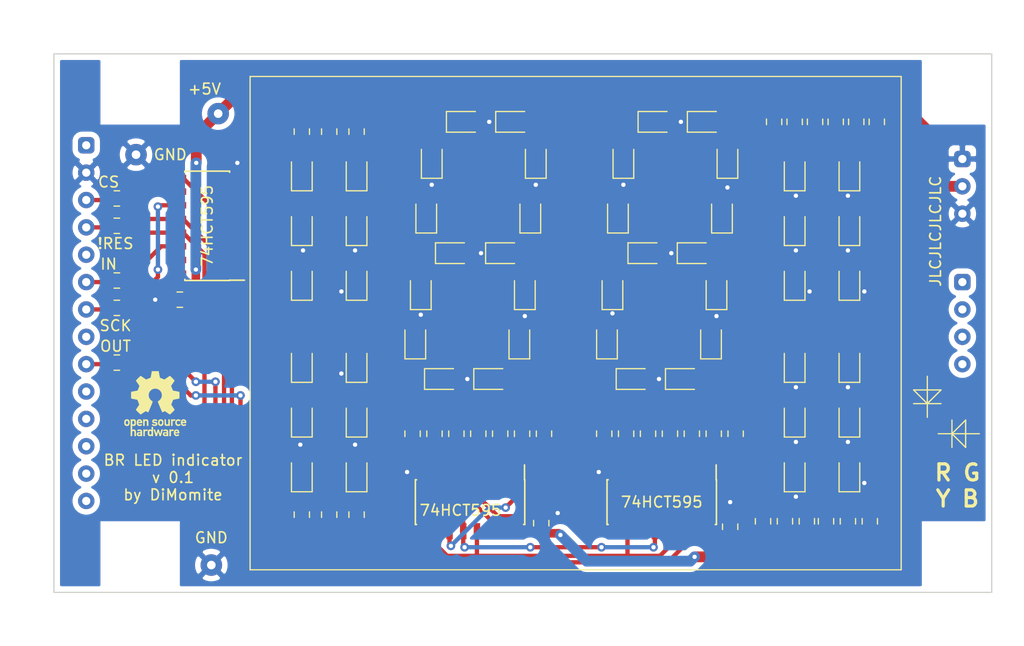
<source format=kicad_pcb>
(kicad_pcb (version 20171130) (host pcbnew "(5.1.0)-1")
  (layers (0 F.Cu signal) (31 B.Cu signal) (34 B.Paste user) (35 F.Paste user) (36 B.SilkS user) (37 F.SilkS user) (38 B.Mask user) (39 F.Mask user) (44 Edge.Cuts user))
  (net 0 "")
  (net 1 "Net-(U1-Pad18)")
  (net 2 "Net-(U1-Pad17)")
  (net 3 "Net-(U1-Pad16)")
  (net 4 "Net-(U1-Pad15)")
  (net 5 "Net-(U1-Pad14)")
  (net 6 "Net-(U1-Pad13)")
  (net 7 "Net-(U1-Pad12)")
  (net 8 "Net-(U1-Pad11)")
  (net 9 "Net-(U1-Pad10)")
  (net 10 "Net-(U1-Pad8)")
  (net 11 GND)
  (net 12 +5V)
  (net 13 /DataOut)
  (net 14 /SCK)
  (net 15 /DataIn)
  (net 16 /DC)
  (net 17 /Reset)
  (net 18 /CS)
  (net 19 +3V3)
  (net 20 "Net-(R1-Pad1)")
  (net 21 "Net-(U2-Pad15)")
  (net 22 "Net-(U2-Pad9)")
  (net 23 "Net-(U2-Pad3)")
  (net 24 "Net-(U2-Pad2)")
  (net 25 "Net-(U2-Pad1)")
  (net 26 "Net-(U3-Pad15)")
  (net 27 "Net-(U3-Pad9)")
  (net 28 "Net-(U4-Pad15)")
  (net 29 "Net-(D1-Pad2)")
  (net 30 "Net-(D1-Pad1)")
  (net 31 "Net-(D2-Pad2)")
  (net 32 "Net-(D2-Pad1)")
  (net 33 "Net-(D10-Pad2)")
  (net 34 /N1_A)
  (net 35 /N1_B)
  (net 36 /N1_C)
  (net 37 /N1_D)
  (net 38 /N1_E)
  (net 39 /N1_F)
  (net 40 /N1_G)
  (net 41 "Net-(D15-Pad2)")
  (net 42 "Net-(D15-Pad1)")
  (net 43 "Net-(D16-Pad2)")
  (net 44 "Net-(D16-Pad1)")
  (net 45 "Net-(D17-Pad2)")
  (net 46 "Net-(D17-Pad1)")
  (net 47 "Net-(D18-Pad2)")
  (net 48 "Net-(D18-Pad1)")
  (net 49 "Net-(D19-Pad2)")
  (net 50 "Net-(D19-Pad1)")
  (net 51 "Net-(D20-Pad2)")
  (net 52 "Net-(D20-Pad1)")
  (net 53 "Net-(D21-Pad2)")
  (net 54 "Net-(D21-Pad1)")
  (net 55 /N2_A)
  (net 56 /N2_B)
  (net 57 /N2_C)
  (net 58 /N2_D)
  (net 59 /N2_E)
  (net 60 /N2_F)
  (net 61 /N2_G)
  (net 62 "Net-(D29-Pad2)")
  (net 63 "Net-(D29-Pad1)")
  (net 64 "Net-(D30-Pad2)")
  (net 65 "Net-(D30-Pad1)")
  (net 66 "Net-(D31-Pad2)")
  (net 67 "Net-(D31-Pad1)")
  (net 68 "Net-(D32-Pad2)")
  (net 69 "Net-(D32-Pad1)")
  (net 70 "Net-(D33-Pad2)")
  (net 71 "Net-(D33-Pad1)")
  (net 72 "Net-(D34-Pad2)")
  (net 73 "Net-(D34-Pad1)")
  (net 74 /LED_RED)
  (net 75 /LED_YELLOW)
  (net 76 /LED_GREEN)
  (net 77 /LED_BLUE)
  (net 78 "Net-(D3-Pad2)")
  (net 79 "Net-(D11-Pad2)")
  (net 80 "Net-(D4-Pad2)")
  (net 81 "Net-(D12-Pad2)")
  (net 82 "Net-(D5-Pad2)")
  (net 83 "Net-(D13-Pad2)")
  (net 84 "Net-(D6-Pad2)")
  (net 85 "Net-(D14-Pad2)")
  (net 86 "Net-(D7-Pad2)")
  (net 87 "Net-(D41-Pad2)")
  (net 88 "Net-(D42-Pad2)")
  (net 89 "Net-(D43-Pad2)")
  (net 90 "Net-(D44-Pad2)")
  (net 91 "Net-(D45-Pad2)")
  (net 92 "Net-(D46-Pad2)")
  (net 93 "Net-(D47-Pad2)")
  (net 94 "Net-(D48-Pad2)")
  (net 95 "Net-(D49-Pad2)")
  (net 96 "Net-(D50-Pad2)")
  (net 97 "Net-(D51-Pad2)")
  (net 98 "Net-(D52-Pad2)")
  (net 99 "Net-(R34-Pad1)")
  (net 100 "Net-(R35-Pad1)")
  (net 101 "Net-(R36-Pad1)")
  (net 102 "Net-(R37-Pad1)")
  (module brbuttonsystem:LCD_2.8_SPI (layer F.Cu) (at 103 75)
    (fp_text reference U1 hide)
    (fp_text value LCD_2.8_SPI hide)
    (pad 1 thru_hole roundrect (at 0 -16.51) (size 1.524 1.524) (drill 0.762) (layers *.Cu *.Mask) (net 19 +3V3))
    (pad 2 thru_hole circle (at 0 -13.97) (size 1.524 1.524) (drill 0.762) (layers *.Cu *.Mask) (net 11 GND))
    (pad 3 thru_hole circle (at 0 -11.43) (size 1.524 1.524) (drill 0.762) (layers *.Cu *.Mask) (net 101 "Net-(R36-Pad1)"))
    (pad 4 thru_hole circle (at 0 -8.89) (size 1.524 1.524) (drill 0.762) (layers *.Cu *.Mask) (net 100 "Net-(R35-Pad1)"))
    (pad 5 thru_hole circle (at 0 -6.35) (size 1.524 1.524) (drill 0.762) (layers *.Cu *.Mask) (net 16 /DC))
    (pad 6 thru_hole circle (at 0 -3.81) (size 1.524 1.524) (drill 0.762) (layers *.Cu *.Mask) (net 15 /DataIn))
    (pad 7 thru_hole circle (at 0 -1.27) (size 1.524 1.524) (drill 0.762) (layers *.Cu *.Mask) (net 99 "Net-(R34-Pad1)"))
    (pad 8 thru_hole circle (at 0 1.27) (size 1.524 1.524) (drill 0.762) (layers *.Cu *.Mask) (net 10 "Net-(U1-Pad8)"))
    (pad 9 thru_hole circle (at 0 3.81) (size 1.524 1.524) (drill 0.762) (layers *.Cu *.Mask) (net 102 "Net-(R37-Pad1)"))
    (pad 10 thru_hole circle (at 0 6.35) (size 1.524 1.524) (drill 0.762) (layers *.Cu *.Mask) (net 9 "Net-(U1-Pad10)"))
    (pad 11 thru_hole circle (at 0 8.89) (size 1.524 1.524) (drill 0.762) (layers *.Cu *.Mask) (net 8 "Net-(U1-Pad11)"))
    (pad 12 thru_hole circle (at 0 11.43) (size 1.524 1.524) (drill 0.762) (layers *.Cu *.Mask) (net 7 "Net-(U1-Pad12)"))
    (pad 13 thru_hole circle (at 0 13.97) (size 1.524 1.524) (drill 0.762) (layers *.Cu *.Mask) (net 6 "Net-(U1-Pad13)"))
    (pad 14 thru_hole circle (at 0 16.51) (size 1.524 1.524) (drill 0.762) (layers *.Cu *.Mask) (net 5 "Net-(U1-Pad14)"))
    (pad 15 thru_hole roundrect (at 81.28 -3.81) (size 1.524 1.524) (drill 0.762) (layers *.Cu *.Mask) (net 4 "Net-(U1-Pad15)"))
    (pad 16 thru_hole circle (at 81.28 -1.27) (size 1.524 1.524) (drill 0.762) (layers *.Cu *.Mask) (net 3 "Net-(U1-Pad16)"))
    (pad 17 thru_hole circle (at 81.28 1.27) (size 1.524 1.524) (drill 0.762) (layers *.Cu *.Mask) (net 2 "Net-(U1-Pad17)"))
    (pad 18 thru_hole circle (at 81.28 3.81) (size 1.524 1.524) (drill 0.762) (layers *.Cu *.Mask) (net 1 "Net-(U1-Pad18)"))
    (pad "" np_thru_hole circle (at 5.08 22) (size 3.3 3.3) (drill 3.3) (layers *.Cu *.Mask))
    (pad "" np_thru_hole circle (at 5.08 -22) (size 3.3 3.3) (drill 3.3) (layers *.Cu *.Mask))
    (pad "" np_thru_hole circle (at 81.28 -22) (size 3.3 3.3) (drill 3.3) (layers *.Cu *.Mask))
    (pad "" np_thru_hole circle (at 81.28 22) (size 3.3 3.3) (drill 3.3) (layers *.Cu *.Mask))
    (pad 19 thru_hole roundrect (at 81.28 -15.24) (size 1.524 1.524) (drill 0.762) (layers *.Cu *.Mask) (net 11 GND))
    (pad 20 thru_hole circle (at 81.28 -12.7) (size 1.524 1.524) (drill 0.762) (layers *.Cu *.Mask) (net 12 +5V))
    (pad 21 thru_hole circle (at 81.28 -10.16) (size 1.524 1.524) (drill 0.762) (layers *.Cu *.Mask) (net 11 GND))
  )
  (module Symbol:OSHW-Logo_5.7x6mm_SilkScreen (layer F.Cu) (at 109.398 82.474)
    (fp_text reference REF** hide)
    (fp_text value OSHW-Logo_5.7x6mm_SilkScreen hide)
  )
  (module Resistor_SMD:R_0805_2012Metric (layer F.Cu) (at 105.842 78.664)
    (fp_text reference R37 hide)
    (fp_text value 100R hide)
    (pad 2 smd roundrect (at 0.9375 0) (size 0.975 1.4) (layers F.Cu F.Paste F.Mask) (net 13 /DataOut))
    (pad 1 smd roundrect (at -0.9375 0) (size 0.975 1.4) (layers F.Cu F.Paste F.Mask) (net 102 "Net-(R37-Pad1)"))
  )
  (module Connector_Wire:SolderWirePad_1x01_Drill0.8mm (layer F.Cu) (at 114.605 97.46)
    (fp_text reference REF** hide)
    (fp_text value SolderWirePad_1x01_Drill0.8mm hide)
    (pad 1 thru_hole circle (at 0 0) (size 1.99898 1.99898) (drill 0.8001) (layers *.Cu *.Mask) (net 11 GND))
  )
  (module Connector_Wire:SolderWirePad_1x01_Drill0.8mm (layer F.Cu) (at 115.24 55.55)
    (fp_text reference REF** hide)
    (fp_text value SolderWirePad_1x01_Drill0.8mm hide)
    (pad 1 thru_hole circle (at 0 0) (size 1.99898 1.99898) (drill 0.8001) (layers *.Cu *.Mask) (net 12 +5V))
  )
  (module Connector_Wire:SolderWirePad_1x01_Drill0.8mm (layer F.Cu) (at 107.62 59.36)
    (fp_text reference REF** hide)
    (fp_text value SolderWirePad_1x01_Drill0.8mm hide)
    (pad 1 thru_hole circle (at 0 0) (size 1.99898 1.99898) (drill 0.8001) (layers *.Cu *.Mask) (net 11 GND))
  )
  (module Capacitor_SMD:C_0805_2012Metric (layer F.Cu) (at 162.738 93.904 90)
    (fp_text reference C3 hide)
    (fp_text value 100nF hide)
    (pad 2 smd roundrect (at 0.9375 0 90) (size 0.975 1.4) (layers F.Cu F.Paste F.Mask) (net 11 GND))
    (pad 1 smd roundrect (at -0.9375 0 90) (size 0.975 1.4) (layers F.Cu F.Paste F.Mask) (net 12 +5V))
  )
  (module Capacitor_SMD:C_0805_2012Metric (layer F.Cu) (at 145.212 93.5715 90)
    (fp_text reference C2 hide)
    (fp_text value 100nF)
    (pad 2 smd roundrect (at 0.9375 0 90) (size 0.975 1.4) (layers F.Cu F.Paste F.Mask) (net 11 GND))
    (pad 1 smd roundrect (at -0.9375 0 90) (size 0.975 1.4) (layers F.Cu F.Paste F.Mask) (net 12 +5V))
  )
  (module Capacitor_SMD:C_0805_2012Metric (layer F.Cu) (at 111.684 72.822 180)
    (fp_text reference C1 hide)
    (fp_text value 100nF)
    (pad 2 smd roundrect (at 0.9375 0 180) (size 0.975 1.4) (layers F.Cu F.Paste F.Mask) (net 11 GND))
    (pad 1 smd roundrect (at -0.9375 0 180) (size 0.975 1.4) (layers F.Cu F.Paste F.Mask) (net 12 +5V))
  )
  (module Resistor_SMD:R_0805_2012Metric (layer F.Cu) (at 105.842 63.424)
    (fp_text reference R36 hide)
    (fp_text value 100R hide)
    (pad 2 smd roundrect (at 0.9375 0) (size 0.975 1.4) (layers F.Cu F.Paste F.Mask) (net 18 /CS))
    (pad 1 smd roundrect (at -0.9375 0) (size 0.975 1.4) (layers F.Cu F.Paste F.Mask) (net 101 "Net-(R36-Pad1)"))
  )
  (module Resistor_SMD:R_0805_2012Metric (layer F.Cu) (at 105.842 65.964)
    (fp_text reference R35 hide)
    (fp_text value 100R hide)
    (pad 2 smd roundrect (at 0.9375 0) (size 0.975 1.4) (layers F.Cu F.Paste F.Mask) (net 17 /Reset))
    (pad 1 smd roundrect (at -0.9375 0) (size 0.975 1.4) (layers F.Cu F.Paste F.Mask) (net 100 "Net-(R35-Pad1)"))
  )
  (module Resistor_SMD:R_0805_2012Metric (layer F.Cu) (at 105.842 73.584)
    (fp_text reference R34 hide)
    (fp_text value 100R hide)
    (pad 2 smd roundrect (at 0.9375 0) (size 0.975 1.4) (layers F.Cu F.Paste F.Mask) (net 14 /SCK))
    (pad 1 smd roundrect (at -0.9375 0) (size 0.975 1.4) (layers F.Cu F.Paste F.Mask) (net 99 "Net-(R34-Pad1)"))
  )
  (module Resistor_SMD:R_0805_2012Metric (layer F.Cu) (at 175.692 93.396 90)
    (fp_text reference R33 hide)
    (fp_text value 100R hide)
    (pad 2 smd roundrect (at 0.9375 0 90) (size 0.975 1.4) (layers F.Cu F.Paste F.Mask) (net 98 "Net-(D52-Pad2)"))
    (pad 1 smd roundrect (at -0.9375 0 90) (size 0.975 1.4) (layers F.Cu F.Paste F.Mask) (net 77 /LED_BLUE))
  )
  (module Resistor_SMD:R_0805_2012Metric (layer F.Cu) (at 165.786 93.396 90)
    (fp_text reference R32 hide)
    (fp_text value 100R hide)
    (pad 2 smd roundrect (at 0.9375 0 90) (size 0.975 1.4) (layers F.Cu F.Paste F.Mask) (net 97 "Net-(D51-Pad2)"))
    (pad 1 smd roundrect (at -0.9375 0 90) (size 0.975 1.4) (layers F.Cu F.Paste F.Mask) (net 77 /LED_BLUE))
  )
  (module Resistor_SMD:R_0805_2012Metric (layer F.Cu) (at 173.66 93.396 90)
    (fp_text reference R31 hide)
    (fp_text value 100R hide)
    (pad 2 smd roundrect (at 0.9375 0 90) (size 0.975 1.4) (layers F.Cu F.Paste F.Mask) (net 96 "Net-(D50-Pad2)"))
    (pad 1 smd roundrect (at -0.9375 0 90) (size 0.975 1.4) (layers F.Cu F.Paste F.Mask) (net 77 /LED_BLUE))
  )
  (module Resistor_SMD:R_0805_2012Metric (layer F.Cu) (at 166.815 56.312 270)
    (fp_text reference R30 hide)
    (fp_text value 100R hide)
    (pad 2 smd roundrect (at 0.9375 0 270) (size 0.975 1.4) (layers F.Cu F.Paste F.Mask) (net 95 "Net-(D49-Pad2)"))
    (pad 1 smd roundrect (at -0.9375 0 270) (size 0.975 1.4) (layers F.Cu F.Paste F.Mask) (net 76 /LED_GREEN))
  )
  (module Resistor_SMD:R_0805_2012Metric (layer F.Cu) (at 170.612 56.312 270)
    (fp_text reference R29 hide)
    (fp_text value 100R hide)
    (pad 2 smd roundrect (at 0.9375 0 270) (size 0.975 1.4) (layers F.Cu F.Paste F.Mask) (net 94 "Net-(D48-Pad2)"))
    (pad 1 smd roundrect (at -0.9375 0 270) (size 0.975 1.4) (layers F.Cu F.Paste F.Mask) (net 76 /LED_GREEN))
  )
  (module Resistor_SMD:R_0805_2012Metric (layer F.Cu) (at 176.34 56.312 270)
    (fp_text reference R28 hide)
    (fp_text value 100R hide)
    (pad 2 smd roundrect (at 0.9375 0 270) (size 0.975 1.4) (layers F.Cu F.Paste F.Mask) (net 93 "Net-(D47-Pad2)"))
    (pad 1 smd roundrect (at -0.9375 0 270) (size 0.975 1.4) (layers F.Cu F.Paste F.Mask) (net 76 /LED_GREEN))
  )
  (module Resistor_SMD:R_0805_2012Metric (layer F.Cu) (at 167.818 93.396 270)
    (fp_text reference R27 hide)
    (fp_text value 100R hide)
    (pad 2 smd roundrect (at 0.9375 0 270) (size 0.975 1.4) (layers F.Cu F.Paste F.Mask) (net 77 /LED_BLUE))
    (pad 1 smd roundrect (at -0.9375 0 270) (size 0.975 1.4) (layers F.Cu F.Paste F.Mask) (net 92 "Net-(D46-Pad2)"))
  )
  (module Resistor_SMD:R_0805_2012Metric (layer F.Cu) (at 169.85 93.396 270)
    (fp_text reference R26 hide)
    (fp_text value 100R hide)
    (pad 2 smd roundrect (at 0.9375 0 270) (size 0.975 1.4) (layers F.Cu F.Paste F.Mask) (net 77 /LED_BLUE))
    (pad 1 smd roundrect (at -0.9375 0 270) (size 0.975 1.4) (layers F.Cu F.Paste F.Mask) (net 91 "Net-(D45-Pad2)"))
  )
  (module Resistor_SMD:R_0805_2012Metric (layer F.Cu) (at 171.628 93.396 270)
    (fp_text reference R25 hide)
    (fp_text value 100R hide)
    (pad 2 smd roundrect (at 0.9375 0 270) (size 0.975 1.4) (layers F.Cu F.Paste F.Mask) (net 77 /LED_BLUE))
    (pad 1 smd roundrect (at -0.9375 0 270) (size 0.975 1.4) (layers F.Cu F.Paste F.Mask) (net 90 "Net-(D44-Pad2)"))
  )
  (module Resistor_SMD:R_0805_2012Metric (layer F.Cu) (at 172.53 56.312 90)
    (fp_text reference R24 hide)
    (fp_text value 100R hide)
    (pad 2 smd roundrect (at 0.9375 0 90) (size 0.975 1.4) (layers F.Cu F.Paste F.Mask) (net 76 /LED_GREEN))
    (pad 1 smd roundrect (at -0.9375 0 90) (size 0.975 1.4) (layers F.Cu F.Paste F.Mask) (net 89 "Net-(D43-Pad2)"))
  )
  (module Resistor_SMD:R_0805_2012Metric (layer F.Cu) (at 168.72 56.312 90)
    (fp_text reference R23 hide)
    (fp_text value 100R hide)
    (pad 2 smd roundrect (at 0.9375 0 90) (size 0.975 1.4) (layers F.Cu F.Paste F.Mask) (net 76 /LED_GREEN))
    (pad 1 smd roundrect (at -0.9375 0 90) (size 0.975 1.4) (layers F.Cu F.Paste F.Mask) (net 88 "Net-(D42-Pad2)"))
  )
  (module Resistor_SMD:R_0805_2012Metric (layer F.Cu) (at 174.435 56.312 90)
    (fp_text reference R22 hide)
    (fp_text value 100R hide)
    (pad 2 smd roundrect (at 0.9375 0 90) (size 0.975 1.4) (layers F.Cu F.Paste F.Mask) (net 76 /LED_GREEN))
    (pad 1 smd roundrect (at -0.9375 0 90) (size 0.975 1.4) (layers F.Cu F.Paste F.Mask) (net 87 "Net-(D41-Pad2)"))
  )
  (module LED_SMD:LED_0805_2012Metric (layer F.Cu) (at 173.8 78.81 90)
    (fp_text reference D52 hide)
    (fp_text value LED hide)
    (pad 2 smd roundrect (at 0.9375 0 90) (size 0.975 1.4) (layers F.Cu F.Paste F.Mask) (net 98 "Net-(D52-Pad2)"))
    (pad 1 smd roundrect (at -0.9375 0 90) (size 0.975 1.4) (layers F.Cu F.Paste F.Mask) (net 11 GND))
  )
  (module LED_SMD:LED_0805_2012Metric (layer F.Cu) (at 168.72 78.81 90)
    (fp_text reference D51 hide)
    (fp_text value LED hide)
    (pad 2 smd roundrect (at 0.9375 0 90) (size 0.975 1.4) (layers F.Cu F.Paste F.Mask) (net 97 "Net-(D51-Pad2)"))
    (pad 1 smd roundrect (at -0.9375 0 90) (size 0.975 1.4) (layers F.Cu F.Paste F.Mask) (net 11 GND))
  )
  (module LED_SMD:LED_0805_2012Metric (layer F.Cu) (at 173.8 88.97 90)
    (fp_text reference D50 hide)
    (fp_text value LED hide)
    (pad 2 smd roundrect (at 0.9375 0 90) (size 0.975 1.4) (layers F.Cu F.Paste F.Mask) (net 96 "Net-(D50-Pad2)"))
    (pad 1 smd roundrect (at -0.9375 0 90) (size 0.975 1.4) (layers F.Cu F.Paste F.Mask) (net 11 GND))
  )
  (module LED_SMD:LED_0805_2012Metric (layer F.Cu) (at 168.72 71.19 90)
    (fp_text reference D49 hide)
    (fp_text value LED hide)
    (pad 2 smd roundrect (at 0.9375 0 90) (size 0.975 1.4) (layers F.Cu F.Paste F.Mask) (net 95 "Net-(D49-Pad2)"))
    (pad 1 smd roundrect (at -0.9375 0 90) (size 0.975 1.4) (layers F.Cu F.Paste F.Mask) (net 11 GND))
  )
  (module LED_SMD:LED_0805_2012Metric (layer F.Cu) (at 168.72 66.11 90)
    (fp_text reference D48 hide)
    (fp_text value LED hide)
    (pad 2 smd roundrect (at 0.9375 0 90) (size 0.975 1.4) (layers F.Cu F.Paste F.Mask) (net 94 "Net-(D48-Pad2)"))
    (pad 1 smd roundrect (at -0.9375 0 90) (size 0.975 1.4) (layers F.Cu F.Paste F.Mask) (net 11 GND))
  )
  (module LED_SMD:LED_0805_2012Metric (layer F.Cu) (at 173.8 71.19 90)
    (fp_text reference D47 hide)
    (fp_text value LED hide)
    (pad 2 smd roundrect (at 0.9375 0 90) (size 0.975 1.4) (layers F.Cu F.Paste F.Mask) (net 93 "Net-(D47-Pad2)"))
    (pad 1 smd roundrect (at -0.9375 0 90) (size 0.975 1.4) (layers F.Cu F.Paste F.Mask) (net 11 GND))
  )
  (module LED_SMD:LED_0805_2012Metric (layer F.Cu) (at 168.72 83.89 90)
    (fp_text reference D46 hide)
    (fp_text value LED hide)
    (pad 2 smd roundrect (at 0.9375 0 90) (size 0.975 1.4) (layers F.Cu F.Paste F.Mask) (net 92 "Net-(D46-Pad2)"))
    (pad 1 smd roundrect (at -0.9375 0 90) (size 0.975 1.4) (layers F.Cu F.Paste F.Mask) (net 11 GND))
  )
  (module LED_SMD:LED_0805_2012Metric (layer F.Cu) (at 168.72 88.97 90)
    (fp_text reference D45 hide)
    (fp_text value LED hide)
    (pad 2 smd roundrect (at 0.9375 0 90) (size 0.975 1.4) (layers F.Cu F.Paste F.Mask) (net 91 "Net-(D45-Pad2)"))
    (pad 1 smd roundrect (at -0.9375 0 90) (size 0.975 1.4) (layers F.Cu F.Paste F.Mask) (net 11 GND))
  )
  (module LED_SMD:LED_0805_2012Metric (layer F.Cu) (at 173.8 83.89 90)
    (fp_text reference D44 hide)
    (fp_text value LED hide)
    (pad 2 smd roundrect (at 0.9375 0 90) (size 0.975 1.4) (layers F.Cu F.Paste F.Mask) (net 90 "Net-(D44-Pad2)"))
    (pad 1 smd roundrect (at -0.9375 0 90) (size 0.975 1.4) (layers F.Cu F.Paste F.Mask) (net 11 GND))
  )
  (module LED_SMD:LED_0805_2012Metric (layer F.Cu) (at 173.8 61.03 90)
    (fp_text reference D43 hide)
    (fp_text value LED hide)
    (pad 2 smd roundrect (at 0.9375 0 90) (size 0.975 1.4) (layers F.Cu F.Paste F.Mask) (net 89 "Net-(D43-Pad2)"))
    (pad 1 smd roundrect (at -0.9375 0 90) (size 0.975 1.4) (layers F.Cu F.Paste F.Mask) (net 11 GND))
  )
  (module LED_SMD:LED_0805_2012Metric (layer F.Cu) (at 168.72 61.03 90)
    (fp_text reference D42 hide)
    (fp_text value LED hide)
    (pad 2 smd roundrect (at 0.9375 0 90) (size 0.975 1.4) (layers F.Cu F.Paste F.Mask) (net 88 "Net-(D42-Pad2)"))
    (pad 1 smd roundrect (at -0.9375 0 90) (size 0.975 1.4) (layers F.Cu F.Paste F.Mask) (net 11 GND))
  )
  (module LED_SMD:LED_0805_2012Metric (layer F.Cu) (at 173.8 66.11 90)
    (fp_text reference D41 hide)
    (fp_text value LED hide)
    (pad 2 smd roundrect (at 0.9375 0 90) (size 0.975 1.4) (layers F.Cu F.Paste F.Mask) (net 87 "Net-(D41-Pad2)"))
    (pad 1 smd roundrect (at -0.9375 0 90) (size 0.975 1.4) (layers F.Cu F.Paste F.Mask) (net 11 GND))
  )
  (module Resistor_SMD:R_0805_2012Metric (layer F.Cu) (at 123 92.78 270)
    (fp_text reference R21 hide)
    (fp_text value 100R hide)
    (pad 2 smd roundrect (at 0.9375 0 270) (size 0.975 1.4) (layers F.Cu F.Paste F.Mask) (net 75 /LED_YELLOW))
    (pad 1 smd roundrect (at -0.9375 0 270) (size 0.975 1.4) (layers F.Cu F.Paste F.Mask) (net 72 "Net-(D34-Pad2)"))
  )
  (module Resistor_SMD:R_0805_2012Metric (layer F.Cu) (at 125.54 92.78 270)
    (fp_text reference R20 hide)
    (fp_text value 100R hide)
    (pad 2 smd roundrect (at 0.9375 0 270) (size 0.975 1.4) (layers F.Cu F.Paste F.Mask) (net 75 /LED_YELLOW))
    (pad 1 smd roundrect (at -0.9375 0 270) (size 0.975 1.4) (layers F.Cu F.Paste F.Mask) (net 70 "Net-(D33-Pad2)"))
  )
  (module Resistor_SMD:R_0805_2012Metric (layer F.Cu) (at 128.08 92.78 270)
    (fp_text reference R19 hide)
    (fp_text value 100R hide)
    (pad 2 smd roundrect (at 0.9375 0 270) (size 0.975 1.4) (layers F.Cu F.Paste F.Mask) (net 75 /LED_YELLOW))
    (pad 1 smd roundrect (at -0.9375 0 270) (size 0.975 1.4) (layers F.Cu F.Paste F.Mask) (net 68 "Net-(D32-Pad2)"))
  )
  (module Resistor_SMD:R_0805_2012Metric (layer F.Cu) (at 125.54 57.22 90)
    (fp_text reference R18 hide)
    (fp_text value 100R hide)
    (pad 2 smd roundrect (at 0.9375 0 90) (size 0.975 1.4) (layers F.Cu F.Paste F.Mask) (net 74 /LED_RED))
    (pad 1 smd roundrect (at -0.9375 0 90) (size 0.975 1.4) (layers F.Cu F.Paste F.Mask) (net 66 "Net-(D31-Pad2)"))
  )
  (module Resistor_SMD:R_0805_2012Metric (layer F.Cu) (at 123 57.22 90)
    (fp_text reference R17 hide)
    (fp_text value 100R hide)
    (pad 2 smd roundrect (at 0.9375 0 90) (size 0.975 1.4) (layers F.Cu F.Paste F.Mask) (net 74 /LED_RED))
    (pad 1 smd roundrect (at -0.9375 0 90) (size 0.975 1.4) (layers F.Cu F.Paste F.Mask) (net 64 "Net-(D30-Pad2)"))
  )
  (module Resistor_SMD:R_0805_2012Metric (layer F.Cu) (at 128.08 57.22 90)
    (fp_text reference R16 hide)
    (fp_text value 100R hide)
    (pad 2 smd roundrect (at 0.9375 0 90) (size 0.975 1.4) (layers F.Cu F.Paste F.Mask) (net 74 /LED_RED))
    (pad 1 smd roundrect (at -0.9375 0 90) (size 0.975 1.4) (layers F.Cu F.Paste F.Mask) (net 62 "Net-(D29-Pad2)"))
  )
  (module LED_SMD:LED_0805_2012Metric (layer F.Cu) (at 123 83.89 90)
    (fp_text reference D40 hide)
    (fp_text value LED hide)
    (pad 2 smd roundrect (at 0.9375 0 90) (size 0.975 1.4) (layers F.Cu F.Paste F.Mask) (net 73 "Net-(D34-Pad1)"))
    (pad 1 smd roundrect (at -0.9375 0 90) (size 0.975 1.4) (layers F.Cu F.Paste F.Mask) (net 11 GND))
  )
  (module LED_SMD:LED_0805_2012Metric (layer F.Cu) (at 128.08 78.81 90)
    (fp_text reference D39 hide)
    (fp_text value LED hide)
    (pad 2 smd roundrect (at 0.9375 0 90) (size 0.975 1.4) (layers F.Cu F.Paste F.Mask) (net 71 "Net-(D33-Pad1)"))
    (pad 1 smd roundrect (at -0.9375 0 90) (size 0.975 1.4) (layers F.Cu F.Paste F.Mask) (net 11 GND))
  )
  (module LED_SMD:LED_0805_2012Metric (layer F.Cu) (at 128.08 83.89 90)
    (fp_text reference D38 hide)
    (fp_text value LED hide)
    (pad 2 smd roundrect (at 0.9375 0 90) (size 0.975 1.4) (layers F.Cu F.Paste F.Mask) (net 69 "Net-(D32-Pad1)"))
    (pad 1 smd roundrect (at -0.9375 0 90) (size 0.975 1.4) (layers F.Cu F.Paste F.Mask) (net 11 GND))
  )
  (module LED_SMD:LED_0805_2012Metric (layer F.Cu) (at 128.08 71.19 90)
    (fp_text reference D37 hide)
    (fp_text value LED hide)
    (pad 2 smd roundrect (at 0.9375 0 90) (size 0.975 1.4) (layers F.Cu F.Paste F.Mask) (net 67 "Net-(D31-Pad1)"))
    (pad 1 smd roundrect (at -0.9375 0 90) (size 0.975 1.4) (layers F.Cu F.Paste F.Mask) (net 11 GND))
  )
  (module LED_SMD:LED_0805_2012Metric (layer F.Cu) (at 123 66.11 90)
    (fp_text reference D36 hide)
    (fp_text value LED hide)
    (pad 2 smd roundrect (at 0.9375 0 90) (size 0.975 1.4) (layers F.Cu F.Paste F.Mask) (net 65 "Net-(D30-Pad1)"))
    (pad 1 smd roundrect (at -0.9375 0 90) (size 0.975 1.4) (layers F.Cu F.Paste F.Mask) (net 11 GND))
  )
  (module LED_SMD:LED_0805_2012Metric (layer F.Cu) (at 128.08 66.11 90)
    (fp_text reference D35 hide)
    (fp_text value LED hide)
    (pad 2 smd roundrect (at 0.9375 0 90) (size 0.975 1.4) (layers F.Cu F.Paste F.Mask) (net 63 "Net-(D29-Pad1)"))
    (pad 1 smd roundrect (at -0.9375 0 90) (size 0.975 1.4) (layers F.Cu F.Paste F.Mask) (net 11 GND))
  )
  (module LED_SMD:LED_0805_2012Metric (layer F.Cu) (at 123 88.97 90)
    (fp_text reference D34 hide)
    (fp_text value LED hide)
    (pad 2 smd roundrect (at 0.9375 0 90) (size 0.975 1.4) (layers F.Cu F.Paste F.Mask) (net 72 "Net-(D34-Pad2)"))
    (pad 1 smd roundrect (at -0.9375 0 90) (size 0.975 1.4) (layers F.Cu F.Paste F.Mask) (net 73 "Net-(D34-Pad1)"))
  )
  (module LED_SMD:LED_0805_2012Metric (layer F.Cu) (at 123 78.81 90)
    (fp_text reference D33 hide)
    (fp_text value LED hide)
    (pad 2 smd roundrect (at 0.9375 0 90) (size 0.975 1.4) (layers F.Cu F.Paste F.Mask) (net 70 "Net-(D33-Pad2)"))
    (pad 1 smd roundrect (at -0.9375 0 90) (size 0.975 1.4) (layers F.Cu F.Paste F.Mask) (net 71 "Net-(D33-Pad1)"))
  )
  (module LED_SMD:LED_0805_2012Metric (layer F.Cu) (at 128.08 88.97 90)
    (fp_text reference D32 hide)
    (fp_text value LED hide)
    (pad 2 smd roundrect (at 0.9375 0 90) (size 0.975 1.4) (layers F.Cu F.Paste F.Mask) (net 68 "Net-(D32-Pad2)"))
    (pad 1 smd roundrect (at -0.9375 0 90) (size 0.975 1.4) (layers F.Cu F.Paste F.Mask) (net 69 "Net-(D32-Pad1)"))
  )
  (module LED_SMD:LED_0805_2012Metric (layer F.Cu) (at 123 71.19 90)
    (fp_text reference D31 hide)
    (fp_text value LED hide)
    (pad 2 smd roundrect (at 0.9375 0 90) (size 0.975 1.4) (layers F.Cu F.Paste F.Mask) (net 66 "Net-(D31-Pad2)"))
    (pad 1 smd roundrect (at -0.9375 0 90) (size 0.975 1.4) (layers F.Cu F.Paste F.Mask) (net 67 "Net-(D31-Pad1)"))
  )
  (module LED_SMD:LED_0805_2012Metric (layer F.Cu) (at 123 61.03 90)
    (fp_text reference D30 hide)
    (fp_text value LED hide)
    (pad 2 smd roundrect (at 0.9375 0 90) (size 0.975 1.4) (layers F.Cu F.Paste F.Mask) (net 64 "Net-(D30-Pad2)"))
    (pad 1 smd roundrect (at -0.9375 0 90) (size 0.975 1.4) (layers F.Cu F.Paste F.Mask) (net 65 "Net-(D30-Pad1)"))
  )
  (module LED_SMD:LED_0805_2012Metric (layer F.Cu) (at 128.08 61.03 90)
    (fp_text reference D29 hide)
    (fp_text value LED hide)
    (pad 2 smd roundrect (at 0.9375 0 90) (size 0.975 1.4) (layers F.Cu F.Paste F.Mask) (net 62 "Net-(D29-Pad2)"))
    (pad 1 smd roundrect (at -0.9375 0 90) (size 0.975 1.4) (layers F.Cu F.Paste F.Mask) (net 63 "Net-(D29-Pad1)"))
  )
  (module Resistor_SMD:R_0805_2012Metric (layer F.Cu) (at 155.118 85.268 270)
    (fp_text reference R15 hide)
    (fp_text value 100R hide)
    (pad 1 smd roundrect (at -0.9375 0 270) (size 0.975 1.4) (layers F.Cu F.Paste F.Mask) (net 53 "Net-(D21-Pad2)"))
    (pad 2 smd roundrect (at 0.9375 0 270) (size 0.975 1.4) (layers F.Cu F.Paste F.Mask) (net 61 /N2_G))
  )
  (module Resistor_SMD:R_0805_2012Metric (layer F.Cu) (at 153.086 85.268 270)
    (fp_text reference R14 hide)
    (fp_text value 100R hide)
    (pad 1 smd roundrect (at -0.9375 0 270) (size 0.975 1.4) (layers F.Cu F.Paste F.Mask) (net 51 "Net-(D20-Pad2)"))
    (pad 2 smd roundrect (at 0.9375 0 270) (size 0.975 1.4) (layers F.Cu F.Paste F.Mask) (net 60 /N2_F))
  )
  (module Resistor_SMD:R_0805_2012Metric (layer F.Cu) (at 151.054 85.268 270)
    (fp_text reference R13 hide)
    (fp_text value 100R hide)
    (pad 1 smd roundrect (at -0.9375 0 270) (size 0.975 1.4) (layers F.Cu F.Paste F.Mask) (net 49 "Net-(D19-Pad2)"))
    (pad 2 smd roundrect (at 0.9375 0 270) (size 0.975 1.4) (layers F.Cu F.Paste F.Mask) (net 59 /N2_E))
  )
  (module Resistor_SMD:R_0805_2012Metric (layer F.Cu) (at 157.15 85.268 270)
    (fp_text reference R12 hide)
    (fp_text value 100R hide)
    (pad 1 smd roundrect (at -0.9375 0 270) (size 0.975 1.4) (layers F.Cu F.Paste F.Mask) (net 47 "Net-(D18-Pad2)"))
    (pad 2 smd roundrect (at 0.9375 0 270) (size 0.975 1.4) (layers F.Cu F.Paste F.Mask) (net 58 /N2_D))
  )
  (module Resistor_SMD:R_0805_2012Metric (layer F.Cu) (at 159.182 85.268 270)
    (fp_text reference R11 hide)
    (fp_text value 100R hide)
    (pad 1 smd roundrect (at -0.9375 0 270) (size 0.975 1.4) (layers F.Cu F.Paste F.Mask) (net 45 "Net-(D17-Pad2)"))
    (pad 2 smd roundrect (at 0.9375 0 270) (size 0.975 1.4) (layers F.Cu F.Paste F.Mask) (net 57 /N2_C))
  )
  (module Resistor_SMD:R_0805_2012Metric (layer F.Cu) (at 161.214 85.268 270)
    (fp_text reference R10 hide)
    (fp_text value 100R hide)
    (pad 1 smd roundrect (at -0.9375 0 270) (size 0.975 1.4) (layers F.Cu F.Paste F.Mask) (net 43 "Net-(D16-Pad2)"))
    (pad 2 smd roundrect (at 0.9375 0 270) (size 0.975 1.4) (layers F.Cu F.Paste F.Mask) (net 56 /N2_B))
  )
  (module Resistor_SMD:R_0805_2012Metric (layer F.Cu) (at 163.246 85.268 270)
    (fp_text reference R9 hide)
    (fp_text value 100R hide)
    (pad 1 smd roundrect (at -0.9375 0 270) (size 0.975 1.4) (layers F.Cu F.Paste F.Mask) (net 41 "Net-(D15-Pad2)"))
    (pad 2 smd roundrect (at 0.9375 0 270) (size 0.975 1.4) (layers F.Cu F.Paste F.Mask) (net 55 /N2_A))
  )
  (module LED_SMD:LED_0805_2012Metric (layer F.Cu) (at 159.5145 68.504)
    (fp_text reference D28 hide)
    (fp_text value LED hide)
    (pad 1 smd roundrect (at -0.9375 0) (size 0.975 1.4) (layers F.Cu F.Paste F.Mask) (net 11 GND))
    (pad 2 smd roundrect (at 0.9375 0) (size 0.975 1.4) (layers F.Cu F.Paste F.Mask) (net 54 "Net-(D21-Pad1)"))
  )
  (module LED_SMD:LED_0805_2012Metric (layer F.Cu) (at 151.816 72.06 90)
    (fp_text reference D27 hide)
    (fp_text value LED hide)
    (pad 1 smd roundrect (at -0.9375 0 90) (size 0.975 1.4) (layers F.Cu F.Paste F.Mask) (net 11 GND))
    (pad 2 smd roundrect (at 0.9375 0 90) (size 0.975 1.4) (layers F.Cu F.Paste F.Mask) (net 52 "Net-(D20-Pad1)"))
  )
  (module LED_SMD:LED_0805_2012Metric (layer F.Cu) (at 152.832 59.868 90)
    (fp_text reference D26 hide)
    (fp_text value LED hide)
    (pad 1 smd roundrect (at -0.9375 0 90) (size 0.975 1.4) (layers F.Cu F.Paste F.Mask) (net 11 GND))
    (pad 2 smd roundrect (at 0.9375 0 90) (size 0.975 1.4) (layers F.Cu F.Paste F.Mask) (net 50 "Net-(D19-Pad1)"))
  )
  (module LED_SMD:LED_0805_2012Metric (layer F.Cu) (at 158.42 80.188)
    (fp_text reference D25 hide)
    (fp_text value LED hide)
    (pad 1 smd roundrect (at -0.9375 0) (size 0.975 1.4) (layers F.Cu F.Paste F.Mask) (net 11 GND))
    (pad 2 smd roundrect (at 0.9375 0) (size 0.975 1.4) (layers F.Cu F.Paste F.Mask) (net 48 "Net-(D18-Pad1)"))
  )
  (module LED_SMD:LED_0805_2012Metric (layer F.Cu) (at 161.468 72.06 90)
    (fp_text reference D24 hide)
    (fp_text value LED hide)
    (pad 1 smd roundrect (at -0.9375 0 90) (size 0.975 1.4) (layers F.Cu F.Paste F.Mask) (net 11 GND))
    (pad 2 smd roundrect (at 0.9375 0 90) (size 0.975 1.4) (layers F.Cu F.Paste F.Mask) (net 46 "Net-(D17-Pad1)"))
  )
  (module LED_SMD:LED_0805_2012Metric (layer F.Cu) (at 162.484 59.868 90)
    (fp_text reference D23 hide)
    (fp_text value LED hide)
    (pad 1 smd roundrect (at -0.9375 0 90) (size 0.975 1.4) (layers F.Cu F.Paste F.Mask) (net 11 GND))
    (pad 2 smd roundrect (at 0.9375 0 90) (size 0.975 1.4) (layers F.Cu F.Paste F.Mask) (net 44 "Net-(D16-Pad1)"))
  )
  (module LED_SMD:LED_0805_2012Metric (layer F.Cu) (at 160.452 56.312)
    (fp_text reference D22 hide)
    (fp_text value LED hide)
    (pad 1 smd roundrect (at -0.9375 0) (size 0.975 1.4) (layers F.Cu F.Paste F.Mask) (net 11 GND))
    (pad 2 smd roundrect (at 0.9375 0) (size 0.975 1.4) (layers F.Cu F.Paste F.Mask) (net 42 "Net-(D15-Pad1)"))
  )
  (module LED_SMD:LED_0805_2012Metric (layer F.Cu) (at 154.9425 68.504)
    (fp_text reference D21 hide)
    (fp_text value LED hide)
    (pad 1 smd roundrect (at -0.9375 0) (size 0.975 1.4) (layers F.Cu F.Paste F.Mask) (net 54 "Net-(D21-Pad1)"))
    (pad 2 smd roundrect (at 0.9375 0) (size 0.975 1.4) (layers F.Cu F.Paste F.Mask) (net 53 "Net-(D21-Pad2)"))
  )
  (module LED_SMD:LED_0805_2012Metric (layer F.Cu) (at 151.308 76.632 90)
    (fp_text reference D20 hide)
    (fp_text value LED hide)
    (pad 1 smd roundrect (at -0.9375 0 90) (size 0.975 1.4) (layers F.Cu F.Paste F.Mask) (net 52 "Net-(D20-Pad1)"))
    (pad 2 smd roundrect (at 0.9375 0 90) (size 0.975 1.4) (layers F.Cu F.Paste F.Mask) (net 51 "Net-(D20-Pad2)"))
  )
  (module LED_SMD:LED_0805_2012Metric (layer F.Cu) (at 152.324 64.948 90)
    (fp_text reference D19 hide)
    (fp_text value LED hide)
    (pad 1 smd roundrect (at -0.9375 0 90) (size 0.975 1.4) (layers F.Cu F.Paste F.Mask) (net 50 "Net-(D19-Pad1)"))
    (pad 2 smd roundrect (at 0.9375 0 90) (size 0.975 1.4) (layers F.Cu F.Paste F.Mask) (net 49 "Net-(D19-Pad2)"))
  )
  (module LED_SMD:LED_0805_2012Metric (layer F.Cu) (at 153.848 80.188)
    (fp_text reference D18 hide)
    (fp_text value LED hide)
    (pad 1 smd roundrect (at -0.9375 0) (size 0.975 1.4) (layers F.Cu F.Paste F.Mask) (net 48 "Net-(D18-Pad1)"))
    (pad 2 smd roundrect (at 0.9375 0) (size 0.975 1.4) (layers F.Cu F.Paste F.Mask) (net 47 "Net-(D18-Pad2)"))
  )
  (module LED_SMD:LED_0805_2012Metric (layer F.Cu) (at 160.96 76.632 90)
    (fp_text reference D17 hide)
    (fp_text value LED hide)
    (pad 1 smd roundrect (at -0.9375 0 90) (size 0.975 1.4) (layers F.Cu F.Paste F.Mask) (net 46 "Net-(D17-Pad1)"))
    (pad 2 smd roundrect (at 0.9375 0 90) (size 0.975 1.4) (layers F.Cu F.Paste F.Mask) (net 45 "Net-(D17-Pad2)"))
  )
  (module LED_SMD:LED_0805_2012Metric (layer F.Cu) (at 161.976 64.948 90)
    (fp_text reference D16 hide)
    (fp_text value LED hide)
    (pad 1 smd roundrect (at -0.9375 0 90) (size 0.975 1.4) (layers F.Cu F.Paste F.Mask) (net 44 "Net-(D16-Pad1)"))
    (pad 2 smd roundrect (at 0.9375 0 90) (size 0.975 1.4) (layers F.Cu F.Paste F.Mask) (net 43 "Net-(D16-Pad2)"))
  )
  (module LED_SMD:LED_0805_2012Metric (layer F.Cu) (at 155.88 56.312)
    (fp_text reference D15 hide)
    (fp_text value LED hide)
    (pad 1 smd roundrect (at -0.9375 0) (size 0.975 1.4) (layers F.Cu F.Paste F.Mask) (net 42 "Net-(D15-Pad1)"))
    (pad 2 smd roundrect (at 0.9375 0) (size 0.975 1.4) (layers F.Cu F.Paste F.Mask) (net 41 "Net-(D15-Pad2)"))
  )
  (module Resistor_SMD:R_0805_2012Metric (layer F.Cu) (at 137.338 85.268 270)
    (fp_text reference R8 hide)
    (fp_text value 100R hide)
    (pad 2 smd roundrect (at 0.9375 0 270) (size 0.975 1.4) (layers F.Cu F.Paste F.Mask) (net 40 /N1_G))
    (pad 1 smd roundrect (at -0.9375 0 270) (size 0.975 1.4) (layers F.Cu F.Paste F.Mask) (net 86 "Net-(D7-Pad2)"))
  )
  (module Resistor_SMD:R_0805_2012Metric (layer F.Cu) (at 135.306 85.268 270)
    (fp_text reference R7 hide)
    (fp_text value 100R hide)
    (pad 2 smd roundrect (at 0.9375 0 270) (size 0.975 1.4) (layers F.Cu F.Paste F.Mask) (net 39 /N1_F))
    (pad 1 smd roundrect (at -0.9375 0 270) (size 0.975 1.4) (layers F.Cu F.Paste F.Mask) (net 84 "Net-(D6-Pad2)"))
  )
  (module Resistor_SMD:R_0805_2012Metric (layer F.Cu) (at 133.274 85.268 270)
    (fp_text reference R6 hide)
    (fp_text value 100R hide)
    (pad 2 smd roundrect (at 0.9375 0 270) (size 0.975 1.4) (layers F.Cu F.Paste F.Mask) (net 38 /N1_E))
    (pad 1 smd roundrect (at -0.9375 0 270) (size 0.975 1.4) (layers F.Cu F.Paste F.Mask) (net 82 "Net-(D5-Pad2)"))
  )
  (module Resistor_SMD:R_0805_2012Metric (layer F.Cu) (at 139.37 85.268 270)
    (fp_text reference R5 hide)
    (fp_text value 100R hide)
    (pad 2 smd roundrect (at 0.9375 0 270) (size 0.975 1.4) (layers F.Cu F.Paste F.Mask) (net 37 /N1_D))
    (pad 1 smd roundrect (at -0.9375 0 270) (size 0.975 1.4) (layers F.Cu F.Paste F.Mask) (net 80 "Net-(D4-Pad2)"))
  )
  (module Resistor_SMD:R_0805_2012Metric (layer F.Cu) (at 141.402 85.268 270)
    (fp_text reference R4 hide)
    (fp_text value 100R hide)
    (pad 2 smd roundrect (at 0.9375 0 270) (size 0.975 1.4) (layers F.Cu F.Paste F.Mask) (net 36 /N1_C))
    (pad 1 smd roundrect (at -0.9375 0 270) (size 0.975 1.4) (layers F.Cu F.Paste F.Mask) (net 78 "Net-(D3-Pad2)"))
  )
  (module Resistor_SMD:R_0805_2012Metric (layer F.Cu) (at 143.434 85.268 270)
    (fp_text reference R3 hide)
    (fp_text value 100R hide)
    (pad 2 smd roundrect (at 0.9375 0 270) (size 0.975 1.4) (layers F.Cu F.Paste F.Mask) (net 35 /N1_B))
    (pad 1 smd roundrect (at -0.9375 0 270) (size 0.975 1.4) (layers F.Cu F.Paste F.Mask) (net 31 "Net-(D2-Pad2)"))
  )
  (module Resistor_SMD:R_0805_2012Metric (layer F.Cu) (at 145.466 85.268 270)
    (fp_text reference R2 hide)
    (fp_text value 100R hide)
    (pad 2 smd roundrect (at 0.9375 0 270) (size 0.975 1.4) (layers F.Cu F.Paste F.Mask) (net 34 /N1_A))
    (pad 1 smd roundrect (at -0.9375 0 270) (size 0.975 1.4) (layers F.Cu F.Paste F.Mask) (net 29 "Net-(D1-Pad2)"))
  )
  (module LED_SMD:LED_0805_2012Metric (layer F.Cu) (at 141.7345 68.504)
    (fp_text reference D14 hide)
    (fp_text value LED hide)
    (pad 1 smd roundrect (at -0.9375 0) (size 0.975 1.4) (layers F.Cu F.Paste F.Mask) (net 11 GND))
    (pad 2 smd roundrect (at 0.9375 0) (size 0.975 1.4) (layers F.Cu F.Paste F.Mask) (net 85 "Net-(D14-Pad2)"))
  )
  (module LED_SMD:LED_0805_2012Metric (layer F.Cu) (at 134.036 72.06 90)
    (fp_text reference D13 hide)
    (fp_text value LED hide)
    (pad 1 smd roundrect (at -0.9375 0 90) (size 0.975 1.4) (layers F.Cu F.Paste F.Mask) (net 11 GND))
    (pad 2 smd roundrect (at 0.9375 0 90) (size 0.975 1.4) (layers F.Cu F.Paste F.Mask) (net 83 "Net-(D13-Pad2)"))
  )
  (module LED_SMD:LED_0805_2012Metric (layer F.Cu) (at 135.052 59.868 90)
    (fp_text reference D12 hide)
    (fp_text value LED hide)
    (pad 1 smd roundrect (at -0.9375 0 90) (size 0.975 1.4) (layers F.Cu F.Paste F.Mask) (net 11 GND))
    (pad 2 smd roundrect (at 0.9375 0 90) (size 0.975 1.4) (layers F.Cu F.Paste F.Mask) (net 81 "Net-(D12-Pad2)"))
  )
  (module LED_SMD:LED_0805_2012Metric (layer F.Cu) (at 140.64 80.188)
    (fp_text reference D11 hide)
    (fp_text value LED hide)
    (pad 1 smd roundrect (at -0.9375 0) (size 0.975 1.4) (layers F.Cu F.Paste F.Mask) (net 11 GND))
    (pad 2 smd roundrect (at 0.9375 0) (size 0.975 1.4) (layers F.Cu F.Paste F.Mask) (net 79 "Net-(D11-Pad2)"))
  )
  (module LED_SMD:LED_0805_2012Metric (layer F.Cu) (at 143.688 72.06 90)
    (fp_text reference D10 hide)
    (fp_text value LED hide)
    (pad 1 smd roundrect (at -0.9375 0 90) (size 0.975 1.4) (layers F.Cu F.Paste F.Mask) (net 11 GND))
    (pad 2 smd roundrect (at 0.9375 0 90) (size 0.975 1.4) (layers F.Cu F.Paste F.Mask) (net 33 "Net-(D10-Pad2)"))
  )
  (module LED_SMD:LED_0805_2012Metric (layer F.Cu) (at 144.704 59.868 90)
    (fp_text reference D9 hide)
    (fp_text value LED hide)
    (pad 1 smd roundrect (at -0.9375 0 90) (size 0.975 1.4) (layers F.Cu F.Paste F.Mask) (net 11 GND))
    (pad 2 smd roundrect (at 0.9375 0 90) (size 0.975 1.4) (layers F.Cu F.Paste F.Mask) (net 32 "Net-(D2-Pad1)"))
  )
  (module LED_SMD:LED_0805_2012Metric (layer F.Cu) (at 142.672 56.312)
    (fp_text reference D8 hide)
    (fp_text value LED hide)
    (pad 1 smd roundrect (at -0.9375 0) (size 0.975 1.4) (layers F.Cu F.Paste F.Mask) (net 11 GND))
    (pad 2 smd roundrect (at 0.9375 0) (size 0.975 1.4) (layers F.Cu F.Paste F.Mask) (net 30 "Net-(D1-Pad1)"))
  )
  (module LED_SMD:LED_0805_2012Metric (layer F.Cu) (at 137.084 68.504)
    (fp_text reference D7 hide)
    (fp_text value LED hide)
    (pad 1 smd roundrect (at -0.9375 0) (size 0.975 1.4) (layers F.Cu F.Paste F.Mask) (net 85 "Net-(D14-Pad2)"))
    (pad 2 smd roundrect (at 0.9375 0) (size 0.975 1.4) (layers F.Cu F.Paste F.Mask) (net 86 "Net-(D7-Pad2)"))
  )
  (module LED_SMD:LED_0805_2012Metric (layer F.Cu) (at 133.528 76.632 90)
    (fp_text reference D6 hide)
    (fp_text value LED hide)
    (pad 1 smd roundrect (at -0.9375 0 90) (size 0.975 1.4) (layers F.Cu F.Paste F.Mask) (net 83 "Net-(D13-Pad2)"))
    (pad 2 smd roundrect (at 0.9375 0 90) (size 0.975 1.4) (layers F.Cu F.Paste F.Mask) (net 84 "Net-(D6-Pad2)"))
  )
  (module LED_SMD:LED_0805_2012Metric (layer F.Cu) (at 134.544 64.948 90)
    (fp_text reference D5 hide)
    (fp_text value LED hide)
    (pad 1 smd roundrect (at -0.9375 0 90) (size 0.975 1.4) (layers F.Cu F.Paste F.Mask) (net 81 "Net-(D12-Pad2)"))
    (pad 2 smd roundrect (at 0.9375 0 90) (size 0.975 1.4) (layers F.Cu F.Paste F.Mask) (net 82 "Net-(D5-Pad2)"))
  )
  (module LED_SMD:LED_0805_2012Metric (layer F.Cu) (at 136.068 80.188)
    (fp_text reference D4 hide)
    (fp_text value LED hide)
    (pad 1 smd roundrect (at -0.9375 0) (size 0.975 1.4) (layers F.Cu F.Paste F.Mask) (net 79 "Net-(D11-Pad2)"))
    (pad 2 smd roundrect (at 0.9375 0) (size 0.975 1.4) (layers F.Cu F.Paste F.Mask) (net 80 "Net-(D4-Pad2)"))
  )
  (module LED_SMD:LED_0805_2012Metric (layer F.Cu) (at 143.18 76.632 90)
    (fp_text reference D3 hide)
    (fp_text value LED hide)
    (pad 1 smd roundrect (at -0.9375 0 90) (size 0.975 1.4) (layers F.Cu F.Paste F.Mask) (net 33 "Net-(D10-Pad2)"))
    (pad 2 smd roundrect (at 0.9375 0 90) (size 0.975 1.4) (layers F.Cu F.Paste F.Mask) (net 78 "Net-(D3-Pad2)"))
  )
  (module LED_SMD:LED_0805_2012Metric (layer F.Cu) (at 144.196 64.948 90)
    (fp_text reference D2 hide)
    (fp_text value LED hide)
    (pad 1 smd roundrect (at -0.9375 0 90) (size 0.975 1.4) (layers F.Cu F.Paste F.Mask) (net 32 "Net-(D2-Pad1)"))
    (pad 2 smd roundrect (at 0.9375 0 90) (size 0.975 1.4) (layers F.Cu F.Paste F.Mask) (net 31 "Net-(D2-Pad2)"))
  )
  (module LED_SMD:LED_0805_2012Metric (layer F.Cu) (at 138.1 56.312)
    (fp_text reference D1 hide)
    (fp_text value LED hide)
    (pad 1 smd roundrect (at -0.9375 0) (size 0.975 1.4) (layers F.Cu F.Paste F.Mask) (net 30 "Net-(D1-Pad1)"))
    (pad 2 smd roundrect (at 0.9375 0) (size 0.975 1.4) (layers F.Cu F.Paste F.Mask) (net 29 "Net-(D1-Pad2)"))
  )
  (module Resistor_SMD:R_0805_2012Metric (layer F.Cu) (at 105.842 71.044 180)
    (fp_text reference R1 hide)
    (fp_text value 100R hide)
    (pad 2 smd roundrect (at 0.9375 0 180) (size 0.975 1.4) (layers F.Cu F.Paste F.Mask) (net 15 /DataIn))
    (pad 1 smd roundrect (at -0.9375 0 180) (size 0.975 1.4) (layers F.Cu F.Paste F.Mask) (net 20 "Net-(R1-Pad1)"))
  )
  (module Package_SO:SOIC-16_3.9x9.9mm_P1.27mm (layer F.Cu) (at 156.388 91.618 270)
    (fp_text reference U4 hide)
    (fp_text value 74HCT595 (at 0 0) (layer F.SilkS))
    (pad 16 smd rect (at 2.7 -4.445 270) (size 1.5 0.6) (layers F.Cu F.Paste F.Mask) (net 12 +5V))
    (pad 15 smd rect (at 2.7 -3.175 270) (size 1.5 0.6) (layers F.Cu F.Paste F.Mask) (net 28 "Net-(U4-Pad15)"))
    (pad 14 smd rect (at 2.7 -1.905 270) (size 1.5 0.6) (layers F.Cu F.Paste F.Mask) (net 27 "Net-(U3-Pad9)"))
    (pad 13 smd rect (at 2.7 -0.635 270) (size 1.5 0.6) (layers F.Cu F.Paste F.Mask) (net 17 /Reset))
    (pad 12 smd rect (at 2.7 0.635 270) (size 1.5 0.6) (layers F.Cu F.Paste F.Mask) (net 18 /CS))
    (pad 11 smd rect (at 2.7 1.905 270) (size 1.5 0.6) (layers F.Cu F.Paste F.Mask) (net 14 /SCK))
    (pad 10 smd rect (at 2.7 3.175 270) (size 1.5 0.6) (layers F.Cu F.Paste F.Mask) (net 17 /Reset))
    (pad 9 smd rect (at 2.7 4.445 270) (size 1.5 0.6) (layers F.Cu F.Paste F.Mask) (net 13 /DataOut))
    (pad 8 smd rect (at -2.7 4.445 270) (size 1.5 0.6) (layers F.Cu F.Paste F.Mask) (net 11 GND))
    (pad 7 smd rect (at -2.7 3.175 270) (size 1.5 0.6) (layers F.Cu F.Paste F.Mask) (net 59 /N2_E))
    (pad 6 smd rect (at -2.7 1.905 270) (size 1.5 0.6) (layers F.Cu F.Paste F.Mask) (net 60 /N2_F))
    (pad 5 smd rect (at -2.7 0.635 270) (size 1.5 0.6) (layers F.Cu F.Paste F.Mask) (net 61 /N2_G))
    (pad 4 smd rect (at -2.7 -0.635 270) (size 1.5 0.6) (layers F.Cu F.Paste F.Mask) (net 58 /N2_D))
    (pad 3 smd rect (at -2.7 -1.905 270) (size 1.5 0.6) (layers F.Cu F.Paste F.Mask) (net 57 /N2_C))
    (pad 2 smd rect (at -2.7 -3.175 270) (size 1.5 0.6) (layers F.Cu F.Paste F.Mask) (net 56 /N2_B))
    (pad 1 smd rect (at -2.7 -4.445 270) (size 1.5 0.6) (layers F.Cu F.Paste F.Mask) (net 55 /N2_A))
  )
  (module Package_SO:SOIC-16_3.9x9.9mm_P1.27mm (layer F.Cu) (at 138.608 91.618 270)
    (fp_text reference U3 hide)
    (fp_text value 74HCT595 (at 0.762 0.889) (layer F.SilkS))
    (pad 16 smd rect (at 2.7 -4.445 270) (size 1.5 0.6) (layers F.Cu F.Paste F.Mask) (net 12 +5V))
    (pad 15 smd rect (at 2.7 -3.175 270) (size 1.5 0.6) (layers F.Cu F.Paste F.Mask) (net 26 "Net-(U3-Pad15)"))
    (pad 14 smd rect (at 2.7 -1.905 270) (size 1.5 0.6) (layers F.Cu F.Paste F.Mask) (net 22 "Net-(U2-Pad9)"))
    (pad 13 smd rect (at 2.7 -0.635 270) (size 1.5 0.6) (layers F.Cu F.Paste F.Mask) (net 17 /Reset))
    (pad 12 smd rect (at 2.7 0.635 270) (size 1.5 0.6) (layers F.Cu F.Paste F.Mask) (net 18 /CS))
    (pad 11 smd rect (at 2.7 1.905 270) (size 1.5 0.6) (layers F.Cu F.Paste F.Mask) (net 14 /SCK))
    (pad 10 smd rect (at 2.7 3.175 270) (size 1.5 0.6) (layers F.Cu F.Paste F.Mask) (net 17 /Reset))
    (pad 9 smd rect (at 2.7 4.445 270) (size 1.5 0.6) (layers F.Cu F.Paste F.Mask) (net 27 "Net-(U3-Pad9)"))
    (pad 8 smd rect (at -2.7 4.445 270) (size 1.5 0.6) (layers F.Cu F.Paste F.Mask) (net 11 GND))
    (pad 7 smd rect (at -2.7 3.175 270) (size 1.5 0.6) (layers F.Cu F.Paste F.Mask) (net 38 /N1_E))
    (pad 6 smd rect (at -2.7 1.905 270) (size 1.5 0.6) (layers F.Cu F.Paste F.Mask) (net 39 /N1_F))
    (pad 5 smd rect (at -2.7 0.635 270) (size 1.5 0.6) (layers F.Cu F.Paste F.Mask) (net 40 /N1_G))
    (pad 4 smd rect (at -2.7 -0.635 270) (size 1.5 0.6) (layers F.Cu F.Paste F.Mask) (net 37 /N1_D))
    (pad 3 smd rect (at -2.7 -1.905 270) (size 1.5 0.6) (layers F.Cu F.Paste F.Mask) (net 36 /N1_C))
    (pad 2 smd rect (at -2.7 -3.175 270) (size 1.5 0.6) (layers F.Cu F.Paste F.Mask) (net 35 /N1_B))
    (pad 1 smd rect (at -2.7 -4.445 270) (size 1.5 0.6) (layers F.Cu F.Paste F.Mask) (net 34 /N1_A))
  )
  (module Package_SO:SOIC-16_3.9x9.9mm_P1.27mm (layer F.Cu) (at 114.224 65.964 180)
    (fp_text reference U2 hide)
    (fp_text value 74HCT595 (at 0 0 270) (layer F.SilkS))
    (pad 16 smd rect (at 2.7 -4.445 180) (size 1.5 0.6) (layers F.Cu F.Paste F.Mask) (net 12 +5V))
    (pad 15 smd rect (at 2.7 -3.175 180) (size 1.5 0.6) (layers F.Cu F.Paste F.Mask) (net 21 "Net-(U2-Pad15)"))
    (pad 14 smd rect (at 2.7 -1.905 180) (size 1.5 0.6) (layers F.Cu F.Paste F.Mask) (net 20 "Net-(R1-Pad1)"))
    (pad 13 smd rect (at 2.7 -0.635 180) (size 1.5 0.6) (layers F.Cu F.Paste F.Mask) (net 17 /Reset))
    (pad 12 smd rect (at 2.7 0.635 180) (size 1.5 0.6) (layers F.Cu F.Paste F.Mask) (net 18 /CS))
    (pad 11 smd rect (at 2.7 1.905 180) (size 1.5 0.6) (layers F.Cu F.Paste F.Mask) (net 14 /SCK))
    (pad 10 smd rect (at 2.7 3.175 180) (size 1.5 0.6) (layers F.Cu F.Paste F.Mask) (net 17 /Reset))
    (pad 9 smd rect (at 2.7 4.445 180) (size 1.5 0.6) (layers F.Cu F.Paste F.Mask) (net 22 "Net-(U2-Pad9)"))
    (pad 8 smd rect (at -2.7 4.445 180) (size 1.5 0.6) (layers F.Cu F.Paste F.Mask) (net 11 GND))
    (pad 7 smd rect (at -2.7 3.175 180) (size 1.5 0.6) (layers F.Cu F.Paste F.Mask) (net 76 /LED_GREEN))
    (pad 6 smd rect (at -2.7 1.905 180) (size 1.5 0.6) (layers F.Cu F.Paste F.Mask) (net 77 /LED_BLUE))
    (pad 5 smd rect (at -2.7 0.635 180) (size 1.5 0.6) (layers F.Cu F.Paste F.Mask) (net 74 /LED_RED))
    (pad 4 smd rect (at -2.7 -0.635 180) (size 1.5 0.6) (layers F.Cu F.Paste F.Mask) (net 75 /LED_YELLOW))
    (pad 3 smd rect (at -2.7 -1.905 180) (size 1.5 0.6) (layers F.Cu F.Paste F.Mask) (net 23 "Net-(U2-Pad3)"))
    (pad 2 smd rect (at -2.7 -3.175 180) (size 1.5 0.6) (layers F.Cu F.Paste F.Mask) (net 24 "Net-(U2-Pad2)"))
    (pad 1 smd rect (at -2.7 -4.445 180) (size 1.5 0.6) (layers F.Cu F.Paste F.Mask) (net 25 "Net-(U2-Pad1)"))
  )
  (gr_text JLCJLCJLCJLC (at 181.788 66.472 90) (layer F.SilkS) (effects (font (size 1 1))))
  (gr_text "BR LED indicator\nv 0.1\nby DiMomite" (at 111.049 89.332) (layer F.SilkS) (effects (font (size 1 1))))
  (gr_text "R G\nY B" (at 183.82 90.094) (layer F.SilkS) (effects (font (size 1.5 1.5) (thickness 0.3))))
  (gr_text OUT (at 105.715 77.14) (layer F.SilkS) (effects (font (size 1 1))))
  (gr_text CS (at 105.08 61.9) (layer F.SilkS) (effects (font (size 1 1))))
  (gr_text SCK (at 105.715 75.235) (layer F.SilkS) (effects (font (size 1 1))))
  (gr_text IN (at 105.08 69.52) (layer F.SilkS) (effects (font (size 1 1))))
  (gr_text !RES (at 105.715 67.615) (layer F.SilkS) (effects (font (size 1 1))))
  (gr_text GND (at 114.605 94.92) (layer F.SilkS) (effects (font (size 1 1))))
  (gr_text +5V (at 113.97 53.264) (layer F.SilkS) (effects (font (size 1 1))))
  (gr_text GND (at 110.795 59.36) (layer F.SilkS) (effects (font (size 1 1))))
  (gr_line (start 183.312 85.268) (end 184.582 86.538) (layer F.SilkS) (width 0.12))
  (gr_line (start 184.582 83.998) (end 183.312 85.268) (layer F.SilkS) (width 0.12))
  (gr_line (start 184.582 86.538) (end 184.582 83.998) (layer F.SilkS) (width 0.12))
  (gr_line (start 183.312 83.998) (end 183.312 86.538) (layer F.SilkS) (width 0.12))
  (gr_line (start 182.042 85.268) (end 185.852 85.268) (layer F.SilkS) (width 0.12))
  (gr_line (start 181.026 79.934) (end 181.026 83.744) (layer F.SilkS) (width 0.12))
  (gr_line (start 179.756 82.474) (end 182.296 82.474) (layer F.SilkS) (width 0.12))
  (gr_line (start 181.026 82.474) (end 179.756 81.204) (layer F.SilkS) (width 0.12))
  (gr_line (start 182.296 81.204) (end 181.026 82.474) (layer F.SilkS) (width 0.12))
  (gr_line (start 179.756 81.204) (end 182.296 81.204) (layer F.SilkS) (width 0.12))
  (gr_line (start 118.2 97.9) (end 178.6 97.9) (layer F.SilkS) (width 0.12))
  (gr_line (start 118.2 52.1) (end 118.2 97.9) (layer F.SilkS) (width 0.12))
  (gr_line (start 178.6 52.1) (end 118.2 52.1) (layer F.SilkS) (width 0.12))
  (gr_line (start 178.6 97.9) (end 178.6 52.1) (layer F.SilkS) (width 0.12))
  (gr_line (start 100 50) (end 100 100) (layer Edge.Cuts) (width 0.12))
  (gr_line (start 187 50) (end 100 50) (layer Edge.Cuts) (width 0.12))
  (gr_line (start 187 100) (end 187 50) (layer Edge.Cuts) (width 0.12))
  (gr_line (start 100 100) (end 187 100) (layer Edge.Cuts) (width 0.12))
  (via (at 161.468 74.345988) (size 0.8) (drill 0.4) (layers F.Cu B.Cu) (net 11))
  (segment (start 161.468 72.9975) (end 161.468 74.345988) (width 0.4) (layer F.Cu) (net 11))
  (via (at 157.277 68.504) (size 0.8) (drill 0.4) (layers F.Cu B.Cu) (net 11))
  (segment (start 158.577 68.504) (end 157.277 68.504) (width 0.4) (layer F.Cu) (net 11))
  (via (at 162.484 62.408) (size 0.8) (drill 0.4) (layers F.Cu B.Cu) (net 11))
  (segment (start 162.484 60.8055) (end 162.484 62.408) (width 0.4) (layer F.Cu) (net 11))
  (via (at 158.166 56.312) (size 0.8) (drill 0.4) (layers F.Cu B.Cu) (net 11))
  (segment (start 159.5145 56.312) (end 158.166 56.312) (width 0.4) (layer F.Cu) (net 11))
  (via (at 168.834 80.95) (size 0.8) (drill 0.4) (layers F.Cu B.Cu) (net 11))
  (segment (start 168.72 79.7475) (end 168.72 80.836) (width 0.4) (layer F.Cu) (net 11))
  (segment (start 168.72 80.836) (end 168.834 80.95) (width 0.4) (layer F.Cu) (net 11))
  (via (at 173.66 80.95) (size 0.8) (drill 0.4) (layers F.Cu B.Cu) (net 11))
  (segment (start 173.8 79.7475) (end 173.8 80.81) (width 0.4) (layer F.Cu) (net 11))
  (segment (start 173.8 80.81) (end 173.66 80.95) (width 0.4) (layer F.Cu) (net 11))
  (via (at 168.834 86.03) (size 0.8) (drill 0.4) (layers F.Cu B.Cu) (net 11))
  (segment (start 168.72 84.8275) (end 168.72 85.916) (width 0.4) (layer F.Cu) (net 11))
  (segment (start 168.72 85.916) (end 168.834 86.03) (width 0.4) (layer F.Cu) (net 11))
  (via (at 173.66 86.03) (size 0.8) (drill 0.4) (layers F.Cu B.Cu) (net 11))
  (segment (start 173.8 84.8275) (end 173.8 85.89) (width 0.4) (layer F.Cu) (net 11))
  (segment (start 173.8 85.89) (end 173.66 86.03) (width 0.4) (layer F.Cu) (net 11))
  (via (at 175.184 89.84) (size 0.8) (drill 0.4) (layers F.Cu B.Cu) (net 11))
  (segment (start 173.8 89.9075) (end 175.1165 89.9075) (width 0.4) (layer F.Cu) (net 11))
  (segment (start 175.1165 89.9075) (end 175.184 89.84) (width 0.4) (layer F.Cu) (net 11))
  (via (at 168.834 63.17) (size 0.8) (drill 0.4) (layers F.Cu B.Cu) (net 11))
  (segment (start 168.72 61.9675) (end 168.72 63.056) (width 0.4) (layer F.Cu) (net 11))
  (segment (start 168.72 63.056) (end 168.834 63.17) (width 0.4) (layer F.Cu) (net 11))
  (via (at 173.66 63.17) (size 0.8) (drill 0.4) (layers F.Cu B.Cu) (net 11))
  (segment (start 173.8 61.9675) (end 173.8 63.03) (width 0.4) (layer F.Cu) (net 11))
  (segment (start 173.8 63.03) (end 173.66 63.17) (width 0.4) (layer F.Cu) (net 11))
  (via (at 168.834 68.25) (size 0.8) (drill 0.4) (layers F.Cu B.Cu) (net 11))
  (segment (start 168.72 67.0475) (end 168.72 68.136) (width 0.4) (layer F.Cu) (net 11))
  (segment (start 168.72 68.136) (end 168.834 68.25) (width 0.4) (layer F.Cu) (net 11))
  (via (at 173.66 68.25) (size 0.8) (drill 0.4) (layers F.Cu B.Cu) (net 11))
  (segment (start 173.8 67.0475) (end 173.8 68.11) (width 0.4) (layer F.Cu) (net 11))
  (segment (start 173.8 68.11) (end 173.66 68.25) (width 0.4) (layer F.Cu) (net 11))
  (via (at 170.104 72.06) (size 0.8) (drill 0.4) (layers F.Cu B.Cu) (net 11))
  (segment (start 168.72 72.1275) (end 170.0365 72.1275) (width 0.4) (layer F.Cu) (net 11))
  (segment (start 170.0365 72.1275) (end 170.104 72.06) (width 0.4) (layer F.Cu) (net 11))
  (via (at 175.184 72.06) (size 0.8) (drill 0.4) (layers F.Cu B.Cu) (net 11))
  (segment (start 173.8 72.1275) (end 175.1165 72.1275) (width 0.4) (layer F.Cu) (net 11))
  (segment (start 175.1165 72.1275) (end 175.184 72.06) (width 0.4) (layer F.Cu) (net 11))
  (via (at 143.688 74.346) (size 0.8) (drill 0.4) (layers F.Cu B.Cu) (net 11))
  (segment (start 143.688 72.9975) (end 143.688 74.346) (width 0.4) (layer F.Cu) (net 11))
  (via (at 134.036 74.219) (size 0.8) (drill 0.4) (layers F.Cu B.Cu) (net 11))
  (segment (start 134.036 72.9975) (end 134.036 74.219) (width 0.4) (layer F.Cu) (net 11))
  (via (at 139.624 68.504) (size 0.8) (drill 0.4) (layers F.Cu B.Cu) (net 11))
  (segment (start 140.797 68.504) (end 139.624 68.504) (width 0.4) (layer F.Cu) (net 11))
  (via (at 144.704 62.154) (size 0.8) (drill 0.4) (layers F.Cu B.Cu) (net 11))
  (segment (start 144.704 60.8055) (end 144.704 62.154) (width 0.4) (layer F.Cu) (net 11))
  (via (at 140.386 56.312) (size 0.8) (drill 0.4) (layers F.Cu B.Cu) (net 11))
  (segment (start 141.7345 56.312) (end 140.386 56.312) (width 0.4) (layer F.Cu) (net 11))
  (via (at 135.052 62.154) (size 0.8) (drill 0.4) (layers F.Cu B.Cu) (net 11))
  (segment (start 135.052 60.8055) (end 135.052 62.154) (width 0.4) (layer F.Cu) (net 11))
  (via (at 127.94 86.284) (size 0.8) (drill 0.4) (layers F.Cu B.Cu) (net 11))
  (segment (start 128.08 84.8275) (end 128.08 86.144) (width 0.4) (layer F.Cu) (net 11))
  (segment (start 128.08 86.144) (end 127.94 86.284) (width 0.4) (layer F.Cu) (net 11))
  (via (at 122.86 86.284) (size 0.8) (drill 0.4) (layers F.Cu B.Cu) (net 11))
  (segment (start 123 84.8275) (end 123 86.144) (width 0.4) (layer F.Cu) (net 11))
  (segment (start 123 86.144) (end 122.86 86.284) (width 0.4) (layer F.Cu) (net 11))
  (via (at 126.67 72.06) (size 0.8) (drill 0.4) (layers F.Cu B.Cu) (net 11))
  (segment (start 128.08 72.1275) (end 126.7375 72.1275) (width 0.4) (layer F.Cu) (net 11))
  (segment (start 126.7375 72.1275) (end 126.67 72.06) (width 0.4) (layer F.Cu) (net 11))
  (via (at 126.670006 79.68) (size 0.8) (drill 0.4) (layers F.Cu B.Cu) (net 11))
  (segment (start 126.737506 79.7475) (end 126.670006 79.68) (width 0.4) (layer F.Cu) (net 11))
  (segment (start 128.08 79.7475) (end 126.737506 79.7475) (width 0.4) (layer F.Cu) (net 11))
  (via (at 127.94 68.249976) (size 0.8) (drill 0.4) (layers F.Cu B.Cu) (net 11))
  (segment (start 128.08 68.109976) (end 127.94 68.249976) (width 0.4) (layer F.Cu) (net 11))
  (segment (start 128.08 67.0475) (end 128.08 68.109976) (width 0.4) (layer F.Cu) (net 11))
  (via (at 123.114 68.25) (size 0.8) (drill 0.4) (layers F.Cu B.Cu) (net 11))
  (segment (start 123 67.0475) (end 123 68.136) (width 0.4) (layer F.Cu) (net 11))
  (segment (start 123 68.136) (end 123.114 68.25) (width 0.4) (layer F.Cu) (net 11))
  (via (at 138.354002 80.188) (size 0.8) (drill 0.4) (layers F.Cu B.Cu) (net 11))
  (segment (start 139.7025 80.188) (end 138.354002 80.188) (width 0.4) (layer F.Cu) (net 11))
  (segment (start 157.4825 80.188) (end 156.134 80.188) (width 0.4) (layer F.Cu) (net 11))
  (via (at 156.134 80.188) (size 0.8) (drill 0.4) (layers F.Cu B.Cu) (net 11))
  (via (at 151.816 74.092) (size 0.8) (drill 0.4) (layers F.Cu B.Cu) (net 11))
  (segment (start 151.816 72.9975) (end 151.816 74.092) (width 0.4) (layer F.Cu) (net 11))
  (via (at 152.832 62.154006) (size 0.8) (drill 0.4) (layers F.Cu B.Cu) (net 11))
  (segment (start 152.832 60.8055) (end 152.832 62.154006) (width 0.4) (layer F.Cu) (net 11))
  (via (at 132.766 88.824) (size 0.8) (drill 0.4) (layers F.Cu B.Cu) (net 11))
  (segment (start 134.163 88.918) (end 132.86 88.918) (width 0.4) (layer F.Cu) (net 11))
  (segment (start 132.86 88.918) (end 132.766 88.824) (width 0.4) (layer F.Cu) (net 11))
  (via (at 150.546 88.824) (size 0.8) (drill 0.4) (layers F.Cu B.Cu) (net 11))
  (segment (start 151.943 88.918) (end 150.64 88.918) (width 0.4) (layer F.Cu) (net 11))
  (segment (start 150.64 88.918) (end 150.546 88.824) (width 0.4) (layer F.Cu) (net 11))
  (via (at 117.018 60.122) (size 0.8) (drill 0.4) (layers F.Cu B.Cu) (net 11))
  (segment (start 116.924 61.519) (end 116.924 60.216) (width 0.4) (layer F.Cu) (net 11))
  (segment (start 116.924 60.216) (end 117.018 60.122) (width 0.4) (layer F.Cu) (net 11))
  (via (at 162.738 91.618) (size 0.8) (drill 0.4) (layers F.Cu B.Cu) (net 11))
  (segment (start 162.738 92.9665) (end 162.738 91.618) (width 0.4) (layer F.Cu) (net 11))
  (via (at 146.736 92.634) (size 0.8) (drill 0.4) (layers F.Cu B.Cu) (net 11))
  (segment (start 145.212 92.634) (end 146.736 92.634) (width 0.4) (layer F.Cu) (net 11))
  (via (at 109.398 72.822) (size 0.8) (drill 0.4) (layers F.Cu B.Cu) (net 11))
  (segment (start 110.7465 72.822) (end 109.398 72.822) (width 0.4) (layer F.Cu) (net 11))
  (via (at 168.833996 91.11) (size 0.8) (drill 0.4) (layers F.Cu B.Cu) (net 11))
  (segment (start 168.72 89.9075) (end 168.72 90.996004) (width 0.4) (layer F.Cu) (net 11))
  (segment (start 168.72 90.996004) (end 168.833996 91.11) (width 0.4) (layer F.Cu) (net 11))
  (via (at 113.17 70.028) (size 0.8) (drill 0.4) (layers F.Cu B.Cu) (net 12))
  (via (at 113.208 60.122) (size 0.8) (drill 0.4) (layers F.Cu B.Cu) (net 12))
  (segment (start 113.17 70.028) (end 113.17 60.16) (width 1) (layer B.Cu) (net 12))
  (segment (start 113.17 60.16) (end 113.208 60.122) (width 1) (layer B.Cu) (net 12))
  (segment (start 184.28 62.3) (end 181.915 62.3) (width 1) (layer F.Cu) (net 12))
  (via (at 159.436 96.698) (size 0.8) (drill 0.4) (layers F.Cu B.Cu) (net 12))
  (segment (start 181.915 62.3) (end 181.915 90.983) (width 1) (layer F.Cu) (net 12))
  (segment (start 181.915 90.983) (end 176.2 96.698) (width 1) (layer F.Cu) (net 12))
  (segment (start 149.421999 97.097999) (end 146.99 94.666) (width 1) (layer B.Cu) (net 12))
  (segment (start 159.436 96.698) (end 159.036001 97.097999) (width 1) (layer B.Cu) (net 12))
  (segment (start 159.036001 97.097999) (end 149.421999 97.097999) (width 1) (layer B.Cu) (net 12))
  (via (at 146.990002 94.666) (size 0.8) (drill 0.4) (layers F.Cu B.Cu) (net 12))
  (segment (start 162.738 95.429) (end 162.738 96.698) (width 0.8) (layer F.Cu) (net 12))
  (segment (start 162.738 94.8415) (end 162.738 95.429) (width 0.8) (layer F.Cu) (net 12))
  (segment (start 176.2 96.698) (end 162.738 96.698) (width 1) (layer F.Cu) (net 12))
  (segment (start 162.738 96.698) (end 159.436 96.698) (width 1) (layer F.Cu) (net 12))
  (segment (start 162.4055 95.174) (end 162.738 94.8415) (width 0.4) (layer F.Cu) (net 12))
  (segment (start 160.96 95.174) (end 162.4055 95.174) (width 0.4) (layer F.Cu) (net 12))
  (segment (start 160.833 94.318) (end 160.833 95.047) (width 0.4) (layer F.Cu) (net 12))
  (segment (start 160.833 95.047) (end 160.96 95.174) (width 0.4) (layer F.Cu) (net 12))
  (segment (start 146.833002 94.509) (end 146.990002 94.666) (width 0.8) (layer F.Cu) (net 12))
  (segment (start 145.212 94.509) (end 146.833002 94.509) (width 0.8) (layer F.Cu) (net 12))
  (segment (start 145.021 94.318) (end 145.212 94.509) (width 0.4) (layer F.Cu) (net 12))
  (segment (start 143.053 94.318) (end 145.021 94.318) (width 0.4) (layer F.Cu) (net 12))
  (segment (start 113.17 72.2735) (end 112.6215 72.822) (width 0.8) (layer F.Cu) (net 12))
  (segment (start 113.17 70.028) (end 113.17 72.2735) (width 0.8) (layer F.Cu) (net 12))
  (segment (start 111.524 71.7245) (end 111.524 70.409) (width 0.4) (layer F.Cu) (net 12))
  (segment (start 112.6215 72.822) (end 111.524 71.7245) (width 0.4) (layer F.Cu) (net 12))
  (segment (start 113.208 57.582) (end 113.208 60.122) (width 1) (layer F.Cu) (net 12))
  (segment (start 118.796 51.994) (end 113.208 57.582) (width 1) (layer F.Cu) (net 12))
  (segment (start 175.946 51.994) (end 118.796 51.994) (width 1) (layer F.Cu) (net 12))
  (segment (start 181.915 62.3) (end 181.915 57.963) (width 1) (layer F.Cu) (net 12))
  (segment (start 181.915 57.963) (end 175.946 51.994) (width 1) (layer F.Cu) (net 12))
  (via (at 117.31 81.712) (size 0.8) (drill 0.4) (layers F.Cu B.Cu) (net 13))
  (via (at 113.17 81.712) (size 0.8) (drill 0.4) (layers F.Cu B.Cu) (net 13))
  (segment (start 117.31 81.712) (end 113.17 81.712) (width 0.4) (layer B.Cu) (net 13))
  (segment (start 109.652 78.664) (end 106.7795 78.664) (width 0.4) (layer F.Cu) (net 13))
  (segment (start 113.17 81.712) (end 112.7 81.712) (width 0.4) (layer F.Cu) (net 13))
  (segment (start 112.7 81.712) (end 109.652 78.664) (width 0.4) (layer F.Cu) (net 13))
  (segment (start 117.31 92.585458) (end 117.31 82.277685) (width 0.4) (layer F.Cu) (net 13))
  (segment (start 129.578044 95.059956) (end 119.784498 95.059956) (width 0.4) (layer F.Cu) (net 13))
  (segment (start 119.784498 95.059956) (end 117.31 92.585458) (width 0.4) (layer F.Cu) (net 13))
  (segment (start 130.48 94.158) (end 129.578044 95.059956) (width 0.4) (layer F.Cu) (net 13))
  (segment (start 130.48 92.460916) (end 130.48 94.158) (width 0.4) (layer F.Cu) (net 13))
  (segment (start 151.243 94.318) (end 148.405149 91.480149) (width 0.4) (layer F.Cu) (net 13))
  (segment (start 151.943 94.318) (end 151.243 94.318) (width 0.4) (layer F.Cu) (net 13))
  (segment (start 148.405149 91.480149) (end 144.247855 91.480149) (width 0.4) (layer F.Cu) (net 13))
  (segment (start 144.247855 91.480149) (end 142.802002 92.926002) (width 0.4) (layer F.Cu) (net 13))
  (segment (start 142.802002 92.926002) (end 141.186002 92.926002) (width 0.4) (layer F.Cu) (net 13))
  (segment (start 117.31 82.277685) (end 117.31 81.712) (width 0.4) (layer F.Cu) (net 13))
  (segment (start 132.614946 90.325968) (end 130.48 92.460916) (width 0.4) (layer F.Cu) (net 13))
  (segment (start 138.585968 90.325968) (end 132.614946 90.325968) (width 0.4) (layer F.Cu) (net 13))
  (segment (start 141.186002 92.926002) (end 138.585968 90.325968) (width 0.4) (layer F.Cu) (net 13))
  (via (at 109.652 64.186) (size 0.8) (drill 0.4) (layers F.Cu B.Cu) (net 14))
  (segment (start 111.524 64.059) (end 109.779 64.059) (width 0.4) (layer F.Cu) (net 14))
  (segment (start 109.779 64.059) (end 109.652 64.186) (width 0.4) (layer F.Cu) (net 14))
  (via (at 109.652 70.028) (size 0.8) (drill 0.4) (layers F.Cu B.Cu) (net 14))
  (segment (start 109.652 64.186) (end 109.652 70.028) (width 0.4) (layer B.Cu) (net 14))
  (segment (start 109.652 70.7115) (end 106.7795 73.584) (width 0.4) (layer F.Cu) (net 14))
  (segment (start 109.652 70.028) (end 109.652 70.7115) (width 0.4) (layer F.Cu) (net 14))
  (via (at 114.986 80.442) (size 0.8) (drill 0.4) (layers F.Cu B.Cu) (net 14))
  (via (at 113.17 80.442) (size 0.8) (drill 0.4) (layers F.Cu B.Cu) (net 14))
  (segment (start 114.986 80.442) (end 113.17 80.442) (width 0.4) (layer B.Cu) (net 14))
  (segment (start 106.7795 74.0515) (end 106.7795 73.584) (width 0.4) (layer F.Cu) (net 14))
  (segment (start 113.17 80.442) (end 106.7795 74.0515) (width 0.4) (layer F.Cu) (net 14))
  (via (at 136.83 95.682) (size 0.8) (drill 0.4) (layers F.Cu B.Cu) (net 14))
  (segment (start 136.703 94.318) (end 136.703 95.555) (width 0.4) (layer F.Cu) (net 14))
  (segment (start 136.703 95.555) (end 136.83 95.682) (width 0.4) (layer F.Cu) (net 14))
  (segment (start 141.344321 92.126) (end 141.910006 92.126) (width 0.4) (layer B.Cu) (net 14))
  (segment (start 154.483 93.868) (end 151.217 90.602) (width 0.4) (layer F.Cu) (net 14))
  (segment (start 154.483 94.318) (end 154.483 93.868) (width 0.4) (layer F.Cu) (net 14))
  (segment (start 151.217 90.602) (end 143.434006 90.602) (width 0.4) (layer F.Cu) (net 14))
  (segment (start 143.434006 90.602) (end 142.310005 91.726001) (width 0.4) (layer F.Cu) (net 14))
  (segment (start 142.310005 91.726001) (end 141.910006 92.126) (width 0.4) (layer F.Cu) (net 14))
  (segment (start 140.386 92.126) (end 141.344321 92.126) (width 0.4) (layer B.Cu) (net 14))
  (segment (start 136.83 95.682) (end 140.386 92.126) (width 0.4) (layer B.Cu) (net 14))
  (via (at 141.910006 92.126) (size 0.8) (drill 0.4) (layers F.Cu B.Cu) (net 14))
  (segment (start 132.419992 94.925468) (end 130.485471 96.859989) (width 0.4) (layer F.Cu) (net 14))
  (segment (start 132.419992 93.147465) (end 132.419992 94.925468) (width 0.4) (layer F.Cu) (net 14))
  (segment (start 133.441457 92.126001) (end 132.419992 93.147465) (width 0.4) (layer F.Cu) (net 14))
  (segment (start 135.814001 92.126001) (end 133.441457 92.126001) (width 0.4) (layer F.Cu) (net 14))
  (segment (start 119.038903 96.859989) (end 114.986 92.807086) (width 0.4) (layer F.Cu) (net 14))
  (segment (start 136.703 94.318) (end 136.703 93.015) (width 0.4) (layer F.Cu) (net 14))
  (segment (start 136.703 93.015) (end 135.814001 92.126001) (width 0.4) (layer F.Cu) (net 14))
  (segment (start 130.485471 96.859989) (end 119.038903 96.859989) (width 0.4) (layer F.Cu) (net 14))
  (segment (start 114.986 92.807086) (end 114.986 81.007685) (width 0.4) (layer F.Cu) (net 14))
  (segment (start 114.986 81.007685) (end 114.986 80.442) (width 0.4) (layer F.Cu) (net 14))
  (segment (start 104.7585 71.19) (end 104.9045 71.044) (width 0.4) (layer F.Cu) (net 15))
  (segment (start 103 71.19) (end 104.7585 71.19) (width 0.4) (layer F.Cu) (net 15))
  (segment (start 109.525 62.789) (end 108.636 61.9) (width 0.4) (layer F.Cu) (net 17))
  (segment (start 108.636 61.9) (end 106.35 61.9) (width 0.4) (layer F.Cu) (net 17))
  (segment (start 106.35 61.9) (end 105.89199 62.35801) (width 0.4) (layer F.Cu) (net 17))
  (segment (start 106.223263 65.407763) (end 106.7795 65.964) (width 0.4) (layer F.Cu) (net 17))
  (segment (start 105.89199 62.35801) (end 105.89199 65.07649) (width 0.4) (layer F.Cu) (net 17))
  (segment (start 111.524 62.789) (end 109.525 62.789) (width 0.4) (layer F.Cu) (net 17))
  (segment (start 105.89199 65.07649) (end 106.223263 65.407763) (width 0.4) (layer F.Cu) (net 17))
  (segment (start 107.4145 66.599) (end 106.7795 65.964) (width 0.4) (layer F.Cu) (net 17))
  (segment (start 111.524 66.599) (end 107.4145 66.599) (width 0.4) (layer F.Cu) (net 17))
  (segment (start 157.023 95.809) (end 157.023 94.318) (width 0.4) (layer F.Cu) (net 17))
  (segment (start 156.22601 96.60599) (end 157.023 95.809) (width 0.4) (layer F.Cu) (net 17))
  (segment (start 153.213 96.571) (end 153.17801 96.60599) (width 0.4) (layer F.Cu) (net 17))
  (segment (start 153.213 94.318) (end 153.213 96.571) (width 0.4) (layer F.Cu) (net 17))
  (segment (start 153.17801 96.60599) (end 156.22601 96.60599) (width 0.4) (layer F.Cu) (net 17))
  (segment (start 139.243 96.571) (end 139.27799 96.60599) (width 0.4) (layer F.Cu) (net 17))
  (segment (start 139.243 94.318) (end 139.243 96.571) (width 0.4) (layer F.Cu) (net 17))
  (segment (start 139.27799 96.60599) (end 153.17801 96.60599) (width 0.4) (layer F.Cu) (net 17))
  (segment (start 136.48399 96.60599) (end 139.27799 96.60599) (width 0.4) (layer F.Cu) (net 17))
  (segment (start 135.433 94.318) (end 135.433 95.555) (width 0.4) (layer F.Cu) (net 17))
  (segment (start 135.433 95.555) (end 136.48399 96.60599) (width 0.4) (layer F.Cu) (net 17))
  (segment (start 111.974 66.599) (end 111.524 66.599) (width 0.4) (layer F.Cu) (net 17))
  (segment (start 113.97 68.595) (end 111.974 66.599) (width 0.4) (layer F.Cu) (net 17))
  (segment (start 118.790371 97.46) (end 113.97 92.639629) (width 0.4) (layer F.Cu) (net 17))
  (segment (start 130.734003 97.46) (end 118.790371 97.46) (width 0.4) (layer F.Cu) (net 17))
  (segment (start 135.433 93.269) (end 135.052 92.888) (width 0.4) (layer F.Cu) (net 17))
  (segment (start 135.433 94.318) (end 135.433 93.269) (width 0.4) (layer F.Cu) (net 17))
  (segment (start 113.97 92.639629) (end 113.97 68.595) (width 0.4) (layer F.Cu) (net 17))
  (segment (start 135.052 92.888) (end 133.528 92.888) (width 0.4) (layer F.Cu) (net 17))
  (segment (start 133.528 92.888) (end 133.020003 93.395997) (width 0.4) (layer F.Cu) (net 17))
  (segment (start 133.020003 93.395997) (end 133.020003 95.174) (width 0.4) (layer F.Cu) (net 17))
  (segment (start 133.020003 95.174) (end 130.734003 97.46) (width 0.4) (layer F.Cu) (net 17))
  (segment (start 108.6845 65.329) (end 106.7795 63.424) (width 0.4) (layer F.Cu) (net 18))
  (segment (start 111.524 65.329) (end 108.6845 65.329) (width 0.4) (layer F.Cu) (net 18))
  (via (at 138.1 95.80599) (size 0.8) (drill 0.4) (layers F.Cu B.Cu) (net 18))
  (segment (start 137.973 94.318) (end 137.973 95.67899) (width 0.4) (layer F.Cu) (net 18))
  (segment (start 137.973 95.67899) (end 138.1 95.80599) (width 0.4) (layer F.Cu) (net 18))
  (via (at 155.626 95.80599) (size 0.8) (drill 0.4) (layers F.Cu B.Cu) (net 18))
  (segment (start 155.753 95.67899) (end 155.626 95.80599) (width 0.4) (layer F.Cu) (net 18))
  (segment (start 155.753 94.318) (end 155.753 95.67899) (width 0.4) (layer F.Cu) (net 18))
  (via (at 144.196 95.80599) (size 0.8) (drill 0.4) (layers F.Cu B.Cu) (net 18))
  (segment (start 138.1 95.80599) (end 144.196 95.80599) (width 0.4) (layer B.Cu) (net 18))
  (via (at 150.8 95.80599) (size 0.8) (drill 0.4) (layers F.Cu B.Cu) (net 18))
  (segment (start 155.626 95.80599) (end 150.8 95.80599) (width 0.4) (layer B.Cu) (net 18))
  (segment (start 150.8 95.80599) (end 144.196 95.80599) (width 0.4) (layer F.Cu) (net 18))
  (segment (start 114.732 68.087) (end 111.974 65.329) (width 0.4) (layer F.Cu) (net 18))
  (segment (start 111.974 65.329) (end 111.524 65.329) (width 0.4) (layer F.Cu) (net 18))
  (segment (start 115.786001 79.718001) (end 114.732 78.664) (width 0.4) (layer F.Cu) (net 18))
  (segment (start 115.786001 92.758544) (end 115.786001 79.718001) (width 0.4) (layer F.Cu) (net 18))
  (segment (start 119.287435 96.259978) (end 115.786001 92.758544) (width 0.4) (layer F.Cu) (net 18))
  (segment (start 114.732 78.664) (end 114.732 68.087) (width 0.4) (layer F.Cu) (net 18))
  (segment (start 137.973 93.015) (end 136.48399 91.52599) (width 0.4) (layer F.Cu) (net 18))
  (segment (start 137.973 94.318) (end 137.973 93.015) (width 0.4) (layer F.Cu) (net 18))
  (segment (start 136.48399 91.52599) (end 133.11201 91.52599) (width 0.4) (layer F.Cu) (net 18))
  (segment (start 133.11201 91.52599) (end 131.819981 92.818019) (width 0.4) (layer F.Cu) (net 18))
  (segment (start 131.819981 92.818019) (end 131.819981 94.676936) (width 0.4) (layer F.Cu) (net 18))
  (segment (start 130.236939 96.259978) (end 119.287435 96.259978) (width 0.4) (layer F.Cu) (net 18))
  (segment (start 131.819981 94.676936) (end 130.236939 96.259978) (width 0.4) (layer F.Cu) (net 18))
  (segment (start 109.9545 67.869) (end 106.7795 71.044) (width 0.4) (layer F.Cu) (net 20))
  (segment (start 111.524 67.869) (end 109.9545 67.869) (width 0.4) (layer F.Cu) (net 20))
  (segment (start 116.51 79.172) (end 115.494 78.156) (width 0.4) (layer F.Cu) (net 22))
  (segment (start 116.51 92.634) (end 116.51 79.172) (width 0.4) (layer F.Cu) (net 22))
  (segment (start 111.974 61.519) (end 111.524 61.519) (width 0.4) (layer F.Cu) (net 22))
  (segment (start 119.535967 95.659967) (end 116.51 92.634) (width 0.4) (layer F.Cu) (net 22))
  (segment (start 129.988407 95.659967) (end 119.535967 95.659967) (width 0.4) (layer F.Cu) (net 22))
  (segment (start 115.494 65.039) (end 111.974 61.519) (width 0.4) (layer F.Cu) (net 22))
  (segment (start 140.513 93.269) (end 138.169979 90.925979) (width 0.4) (layer F.Cu) (net 22))
  (segment (start 115.494 78.156) (end 115.494 65.039) (width 0.4) (layer F.Cu) (net 22))
  (segment (start 140.513 94.318) (end 140.513 93.269) (width 0.4) (layer F.Cu) (net 22))
  (segment (start 138.169979 90.925979) (end 132.863478 90.925979) (width 0.4) (layer F.Cu) (net 22))
  (segment (start 132.863478 90.925979) (end 131.21997 92.569487) (width 0.4) (layer F.Cu) (net 22))
  (segment (start 131.21997 92.569487) (end 131.21997 94.428404) (width 0.4) (layer F.Cu) (net 22))
  (segment (start 131.21997 94.428404) (end 129.988407 95.659967) (width 0.4) (layer F.Cu) (net 22))
  (segment (start 158.293 95.845817) (end 158.293 94.318) (width 0.4) (layer F.Cu) (net 27))
  (segment (start 156.932817 97.206) (end 158.293 95.845817) (width 0.4) (layer F.Cu) (net 27))
  (segment (start 135.814 97.206) (end 156.932817 97.206) (width 0.4) (layer F.Cu) (net 27))
  (segment (start 134.163 94.318) (end 134.163 95.555) (width 0.4) (layer F.Cu) (net 27))
  (segment (start 134.163 95.555) (end 135.814 97.206) (width 0.4) (layer F.Cu) (net 27))
  (segment (start 145.466 83.236) (end 145.466 84.3305) (width 0.4) (layer F.Cu) (net 29))
  (segment (start 139.0375 56.312) (end 139.0375 55.514546) (width 0.4) (layer F.Cu) (net 29))
  (segment (start 139.0375 55.514546) (end 140.018046 54.534) (width 0.4) (layer F.Cu) (net 29))
  (segment (start 140.018046 54.534) (end 144.704 54.534) (width 0.4) (layer F.Cu) (net 29))
  (segment (start 144.704 54.534) (end 146.482 56.312) (width 0.4) (layer F.Cu) (net 29))
  (segment (start 146.482 56.312) (end 146.482 82.22) (width 0.4) (layer F.Cu) (net 29))
  (segment (start 146.482 82.22) (end 145.466 83.236) (width 0.4) (layer F.Cu) (net 29))
  (segment (start 143.6095 57.1525) (end 143.6095 56.312) (width 0.4) (layer F.Cu) (net 30))
  (segment (start 143.18 57.582) (end 143.6095 57.1525) (width 0.4) (layer F.Cu) (net 30))
  (segment (start 137.6325 57.582) (end 143.18 57.582) (width 0.4) (layer F.Cu) (net 30))
  (segment (start 137.1625 56.312) (end 137.1625 57.112) (width 0.4) (layer F.Cu) (net 30))
  (segment (start 137.1625 57.112) (end 137.6325 57.582) (width 0.4) (layer F.Cu) (net 30))
  (segment (start 143.434 82.982) (end 143.434 84.3305) (width 0.4) (layer F.Cu) (net 31))
  (segment (start 145.466 80.95) (end 143.434 82.982) (width 0.4) (layer F.Cu) (net 31))
  (segment (start 144.196 64.0105) (end 145.466 65.2805) (width 0.4) (layer F.Cu) (net 31))
  (segment (start 145.466 65.2805) (end 145.466 80.95) (width 0.4) (layer F.Cu) (net 31))
  (segment (start 144.147763 59.486737) (end 144.704 58.9305) (width 0.4) (layer F.Cu) (net 32))
  (segment (start 142.672 60.9625) (end 144.147763 59.486737) (width 0.4) (layer F.Cu) (net 32))
  (segment (start 142.672 65.202) (end 142.672 60.9625) (width 0.4) (layer F.Cu) (net 32))
  (segment (start 144.196 65.8855) (end 143.3555 65.8855) (width 0.4) (layer F.Cu) (net 32))
  (segment (start 143.3555 65.8855) (end 142.672 65.202) (width 0.4) (layer F.Cu) (net 32))
  (segment (start 141.91 72.9005) (end 143.688 71.1225) (width 0.4) (layer F.Cu) (net 33))
  (segment (start 141.91 76.886) (end 141.91 72.9005) (width 0.4) (layer F.Cu) (net 33))
  (segment (start 143.18 77.5695) (end 142.5935 77.5695) (width 0.4) (layer F.Cu) (net 33))
  (segment (start 142.5935 77.5695) (end 141.91 76.886) (width 0.4) (layer F.Cu) (net 33))
  (segment (start 145.466 87.3) (end 145.466 86.2055) (width 0.4) (layer F.Cu) (net 34))
  (segment (start 143.053 88.918) (end 143.848 88.918) (width 0.4) (layer F.Cu) (net 34))
  (segment (start 143.848 88.918) (end 145.466 87.3) (width 0.4) (layer F.Cu) (net 34))
  (segment (start 141.783 87.8565) (end 143.434 86.2055) (width 0.4) (layer F.Cu) (net 35))
  (segment (start 141.783 88.918) (end 141.783 87.8565) (width 0.4) (layer F.Cu) (net 35))
  (segment (start 141.402 87.046) (end 141.402 86.2055) (width 0.4) (layer F.Cu) (net 36))
  (segment (start 140.513 88.918) (end 140.513 87.935) (width 0.4) (layer F.Cu) (net 36))
  (segment (start 140.513 87.935) (end 141.402 87.046) (width 0.4) (layer F.Cu) (net 36))
  (segment (start 139.243 86.3325) (end 139.37 86.2055) (width 0.4) (layer F.Cu) (net 37))
  (segment (start 139.243 88.918) (end 139.243 86.3325) (width 0.4) (layer F.Cu) (net 37))
  (segment (start 135.433 88.3645) (end 133.274 86.2055) (width 0.4) (layer F.Cu) (net 38))
  (segment (start 135.433 88.918) (end 135.433 88.3645) (width 0.4) (layer F.Cu) (net 38))
  (segment (start 135.306 86.792) (end 135.306 86.2055) (width 0.4) (layer F.Cu) (net 39))
  (segment (start 136.703 88.918) (end 136.703 88.189) (width 0.4) (layer F.Cu) (net 39))
  (segment (start 136.703 88.189) (end 135.306 86.792) (width 0.4) (layer F.Cu) (net 39))
  (segment (start 137.338 87.046) (end 137.338 86.2055) (width 0.4) (layer F.Cu) (net 40))
  (segment (start 137.973 88.918) (end 137.973 87.681) (width 0.4) (layer F.Cu) (net 40))
  (segment (start 137.973 87.681) (end 137.338 87.046) (width 0.4) (layer F.Cu) (net 40))
  (segment (start 163.246 82.728) (end 163.246 84.3305) (width 0.4) (layer F.Cu) (net 41))
  (segment (start 164.262 81.712) (end 163.246 82.728) (width 0.4) (layer F.Cu) (net 41))
  (segment (start 164.262 56.566) (end 164.262 81.712) (width 0.4) (layer F.Cu) (net 41))
  (segment (start 162.484 54.788) (end 164.262 56.566) (width 0.4) (layer F.Cu) (net 41))
  (segment (start 156.8175 56.312) (end 158.3415 54.788) (width 0.4) (layer F.Cu) (net 41))
  (segment (start 158.3415 54.788) (end 162.484 54.788) (width 0.4) (layer F.Cu) (net 41))
  (segment (start 160.1195 57.582) (end 161.3895 56.312) (width 0.4) (layer F.Cu) (net 42))
  (segment (start 154.9425 56.312) (end 156.2125 57.582) (width 0.4) (layer F.Cu) (net 42))
  (segment (start 156.2125 57.582) (end 160.1195 57.582) (width 0.4) (layer F.Cu) (net 42))
  (segment (start 161.214 82.728) (end 161.214 84.3305) (width 0.4) (layer F.Cu) (net 43))
  (segment (start 163.5 80.442) (end 161.214 82.728) (width 0.4) (layer F.Cu) (net 43))
  (segment (start 161.976 64.0105) (end 163.5 65.5345) (width 0.4) (layer F.Cu) (net 43))
  (segment (start 163.5 65.5345) (end 163.5 80.442) (width 0.4) (layer F.Cu) (net 43))
  (segment (start 160.706 60.7085) (end 162.484 58.9305) (width 0.4) (layer F.Cu) (net 44))
  (segment (start 160.706 65.202) (end 160.706 60.7085) (width 0.4) (layer F.Cu) (net 44))
  (segment (start 161.976 65.8855) (end 161.3895 65.8855) (width 0.4) (layer F.Cu) (net 44))
  (segment (start 161.3895 65.8855) (end 160.706 65.202) (width 0.4) (layer F.Cu) (net 44))
  (segment (start 159.182 83.236) (end 159.182 84.3305) (width 0.4) (layer F.Cu) (net 45))
  (segment (start 162.23 80.188) (end 159.182 83.236) (width 0.4) (layer F.Cu) (net 45))
  (segment (start 162.23 76.378) (end 162.23 80.188) (width 0.4) (layer F.Cu) (net 45))
  (segment (start 160.96 75.6945) (end 161.5465 75.6945) (width 0.4) (layer F.Cu) (net 45))
  (segment (start 161.5465 75.6945) (end 162.23 76.378) (width 0.4) (layer F.Cu) (net 45))
  (segment (start 160.8815 71.1225) (end 161.468 71.1225) (width 0.4) (layer F.Cu) (net 46))
  (segment (start 159.69 72.314) (end 160.8815 71.1225) (width 0.4) (layer F.Cu) (net 46))
  (segment (start 159.69 76.886) (end 159.69 72.314) (width 0.4) (layer F.Cu) (net 46))
  (segment (start 160.96 77.5695) (end 160.3735 77.5695) (width 0.4) (layer F.Cu) (net 46))
  (segment (start 160.3735 77.5695) (end 159.69 76.886) (width 0.4) (layer F.Cu) (net 46))
  (segment (start 157.15 83.49) (end 157.15 84.3305) (width 0.4) (layer F.Cu) (net 47))
  (segment (start 154.7855 80.188) (end 154.7855 81.1255) (width 0.4) (layer F.Cu) (net 47))
  (segment (start 154.7855 81.1255) (end 157.15 83.49) (width 0.4) (layer F.Cu) (net 47))
  (segment (start 159.3575 79.6015) (end 159.3575 80.188) (width 0.4) (layer F.Cu) (net 48))
  (segment (start 158.42 78.664) (end 159.3575 79.6015) (width 0.4) (layer F.Cu) (net 48))
  (segment (start 154.102 78.664) (end 158.42 78.664) (width 0.4) (layer F.Cu) (net 48))
  (segment (start 152.9105 80.188) (end 152.9105 79.8555) (width 0.4) (layer F.Cu) (net 48))
  (segment (start 152.9105 79.8555) (end 154.102 78.664) (width 0.4) (layer F.Cu) (net 48))
  (segment (start 148.768 82.0445) (end 151.054 84.3305) (width 0.4) (layer F.Cu) (net 49))
  (segment (start 152.324 64.0105) (end 148.768 67.5665) (width 0.4) (layer F.Cu) (net 49))
  (segment (start 148.768 67.5665) (end 148.768 82.0445) (width 0.4) (layer F.Cu) (net 49))
  (segment (start 153.4185 58.9305) (end 152.832 58.9305) (width 0.4) (layer F.Cu) (net 50))
  (segment (start 154.356 59.868) (end 153.4185 58.9305) (width 0.4) (layer F.Cu) (net 50))
  (segment (start 152.324 65.8855) (end 154.356 63.8535) (width 0.4) (layer F.Cu) (net 50))
  (segment (start 154.356 63.8535) (end 154.356 59.868) (width 0.4) (layer F.Cu) (net 50))
  (segment (start 149.784 81.0285) (end 153.086 84.3305) (width 0.4) (layer F.Cu) (net 51))
  (segment (start 151.308 75.6945) (end 149.784 77.2185) (width 0.4) (layer F.Cu) (net 51))
  (segment (start 149.784 77.2185) (end 149.784 81.0285) (width 0.4) (layer F.Cu) (net 51))
  (segment (start 152.4025 71.1225) (end 151.816 71.1225) (width 0.4) (layer F.Cu) (net 52))
  (segment (start 153.34 72.06) (end 152.4025 71.1225) (width 0.4) (layer F.Cu) (net 52))
  (segment (start 153.34 76.124) (end 153.34 72.06) (width 0.4) (layer F.Cu) (net 52))
  (segment (start 151.308 77.5695) (end 151.8945 77.5695) (width 0.4) (layer F.Cu) (net 52))
  (segment (start 151.8945 77.5695) (end 153.34 76.124) (width 0.4) (layer F.Cu) (net 52))
  (segment (start 155.88 75.108) (end 151.562 79.426) (width 0.4) (layer F.Cu) (net 53))
  (segment (start 155.88 68.504) (end 155.88 75.108) (width 0.4) (layer F.Cu) (net 53))
  (segment (start 151.562 79.426) (end 151.562 81.14489) (width 0.4) (layer F.Cu) (net 53))
  (segment (start 151.562 81.14489) (end 152.38311 81.966) (width 0.4) (layer F.Cu) (net 53))
  (segment (start 152.38311 81.966) (end 153.848 81.966) (width 0.4) (layer F.Cu) (net 53))
  (segment (start 155.118 83.236) (end 155.118 84.3305) (width 0.4) (layer F.Cu) (net 53))
  (segment (start 153.848 81.966) (end 155.118 83.236) (width 0.4) (layer F.Cu) (net 53))
  (segment (start 158.928 66.98) (end 160.452 68.504) (width 0.4) (layer F.Cu) (net 54))
  (segment (start 154.005 68.504) (end 155.529 66.98) (width 0.4) (layer F.Cu) (net 54))
  (segment (start 155.529 66.98) (end 158.928 66.98) (width 0.4) (layer F.Cu) (net 54))
  (segment (start 163.246 87.3) (end 163.246 86.2055) (width 0.4) (layer F.Cu) (net 55))
  (segment (start 160.833 88.918) (end 161.628 88.918) (width 0.4) (layer F.Cu) (net 55))
  (segment (start 161.628 88.918) (end 163.246 87.3) (width 0.4) (layer F.Cu) (net 55))
  (segment (start 159.563 87.8565) (end 161.214 86.2055) (width 0.4) (layer F.Cu) (net 56))
  (segment (start 159.563 88.918) (end 159.563 87.8565) (width 0.4) (layer F.Cu) (net 56))
  (segment (start 159.182 87.046) (end 159.182 86.2055) (width 0.4) (layer F.Cu) (net 57))
  (segment (start 158.293 88.918) (end 158.293 87.935) (width 0.4) (layer F.Cu) (net 57))
  (segment (start 158.293 87.935) (end 159.182 87.046) (width 0.4) (layer F.Cu) (net 57))
  (segment (start 157.023 86.3325) (end 157.15 86.2055) (width 0.4) (layer F.Cu) (net 58))
  (segment (start 157.023 88.918) (end 157.023 86.3325) (width 0.4) (layer F.Cu) (net 58))
  (segment (start 153.213 88.3645) (end 151.054 86.2055) (width 0.4) (layer F.Cu) (net 59))
  (segment (start 153.213 88.918) (end 153.213 88.3645) (width 0.4) (layer F.Cu) (net 59))
  (segment (start 153.086 86.538) (end 153.086 86.2055) (width 0.4) (layer F.Cu) (net 60))
  (segment (start 154.483 88.918) (end 154.483 87.935) (width 0.4) (layer F.Cu) (net 60))
  (segment (start 154.483 87.935) (end 153.086 86.538) (width 0.4) (layer F.Cu) (net 60))
  (segment (start 155.118 87.046) (end 155.118 86.2055) (width 0.4) (layer F.Cu) (net 61))
  (segment (start 155.753 88.918) (end 155.753 87.681) (width 0.4) (layer F.Cu) (net 61))
  (segment (start 155.753 87.681) (end 155.118 87.046) (width 0.4) (layer F.Cu) (net 61))
  (segment (start 128.08 58.1575) (end 128.08 60.0925) (width 0.4) (layer F.Cu) (net 62))
  (segment (start 128.08 61.9675) (end 128.08 65.1725) (width 0.4) (layer F.Cu) (net 63))
  (segment (start 123 58.1575) (end 123 60.0925) (width 0.4) (layer F.Cu) (net 64))
  (segment (start 123 61.9675) (end 123 65.1725) (width 0.4) (layer F.Cu) (net 65))
  (segment (start 125.54 67.7125) (end 123 70.2525) (width 0.4) (layer F.Cu) (net 66))
  (segment (start 125.54 58.1575) (end 125.54 67.7125) (width 0.4) (layer F.Cu) (net 66))
  (segment (start 124.5705 72.1275) (end 123 72.1275) (width 0.4) (layer F.Cu) (net 67))
  (segment (start 128.08 70.2525) (end 126.4455 70.2525) (width 0.4) (layer F.Cu) (net 67))
  (segment (start 126.4455 70.2525) (end 124.5705 72.1275) (width 0.4) (layer F.Cu) (net 67))
  (segment (start 127.523763 88.588737) (end 128.08 88.0325) (width 0.4) (layer F.Cu) (net 68))
  (segment (start 126.97999 89.13251) (end 127.523763 88.588737) (width 0.4) (layer F.Cu) (net 68))
  (segment (start 126.97999 90.74249) (end 126.97999 89.13251) (width 0.4) (layer F.Cu) (net 68))
  (segment (start 128.08 91.8425) (end 126.97999 90.74249) (width 0.4) (layer F.Cu) (net 68))
  (segment (start 128.636237 83.508737) (end 128.08 82.9525) (width 0.4) (layer F.Cu) (net 69))
  (segment (start 129.18001 84.05251) (end 128.636237 83.508737) (width 0.4) (layer F.Cu) (net 69))
  (segment (start 129.18001 88.80749) (end 129.18001 84.05251) (width 0.4) (layer F.Cu) (net 69))
  (segment (start 128.08 89.9075) (end 129.18001 88.80749) (width 0.4) (layer F.Cu) (net 69))
  (segment (start 122.3815 77.8725) (end 123 77.8725) (width 0.4) (layer F.Cu) (net 70))
  (segment (start 125.54 91.8425) (end 125.54 82.36) (width 0.4) (layer F.Cu) (net 70))
  (segment (start 125.54 82.36) (end 124.638 81.458) (width 0.4) (layer F.Cu) (net 70))
  (segment (start 124.638 81.458) (end 122.098 81.458) (width 0.4) (layer F.Cu) (net 70))
  (segment (start 122.098 81.458) (end 121.59 80.95) (width 0.4) (layer F.Cu) (net 70))
  (segment (start 121.59 80.95) (end 121.59 78.664) (width 0.4) (layer F.Cu) (net 70))
  (segment (start 121.59 78.664) (end 122.3815 77.8725) (width 0.4) (layer F.Cu) (net 70))
  (segment (start 126.4455 77.8725) (end 128.08 77.8725) (width 0.4) (layer F.Cu) (net 71))
  (segment (start 123 79.7475) (end 124.5705 79.7475) (width 0.4) (layer F.Cu) (net 71))
  (segment (start 124.5705 79.7475) (end 126.4455 77.8725) (width 0.4) (layer F.Cu) (net 71))
  (segment (start 123.556237 88.588737) (end 123 88.0325) (width 0.4) (layer F.Cu) (net 72))
  (segment (start 124.10001 89.13251) (end 123.556237 88.588737) (width 0.4) (layer F.Cu) (net 72))
  (segment (start 124.10001 90.74249) (end 124.10001 89.13251) (width 0.4) (layer F.Cu) (net 72))
  (segment (start 123 91.8425) (end 124.10001 90.74249) (width 0.4) (layer F.Cu) (net 72))
  (segment (start 122.443763 83.508737) (end 123 82.9525) (width 0.4) (layer F.Cu) (net 73))
  (segment (start 121.89999 84.05251) (end 122.443763 83.508737) (width 0.4) (layer F.Cu) (net 73))
  (segment (start 121.89999 88.80749) (end 121.89999 84.05251) (width 0.4) (layer F.Cu) (net 73))
  (segment (start 123 89.9075) (end 121.89999 88.80749) (width 0.4) (layer F.Cu) (net 73))
  (segment (start 123 56.2825) (end 128.08 56.2825) (width 0.4) (layer F.Cu) (net 74))
  (segment (start 122.1275 56.2825) (end 123 56.2825) (width 0.4) (layer F.Cu) (net 74))
  (segment (start 121.336 57.074) (end 122.1275 56.2825) (width 0.4) (layer F.Cu) (net 74))
  (segment (start 121.336 62.662) (end 121.336 57.074) (width 0.4) (layer F.Cu) (net 74))
  (segment (start 116.924 65.329) (end 118.669 65.329) (width 0.4) (layer F.Cu) (net 74))
  (segment (start 118.669 65.329) (end 121.336 62.662) (width 0.4) (layer F.Cu) (net 74))
  (segment (start 123 93.7175) (end 128.08 93.7175) (width 0.4) (layer F.Cu) (net 75))
  (segment (start 121.9115 93.7175) (end 123 93.7175) (width 0.4) (layer F.Cu) (net 75))
  (segment (start 120.828 92.634) (end 121.9115 93.7175) (width 0.4) (layer F.Cu) (net 75))
  (segment (start 120.828 69.012) (end 120.828 92.634) (width 0.4) (layer F.Cu) (net 75))
  (segment (start 118.415 66.599) (end 120.828 69.012) (width 0.4) (layer F.Cu) (net 75))
  (segment (start 116.924 66.599) (end 118.415 66.599) (width 0.4) (layer F.Cu) (net 75))
  (segment (start 166.815 55.3745) (end 176.34 55.3745) (width 0.4) (layer F.Cu) (net 76))
  (segment (start 165.6105 55.3745) (end 166.815 55.3745) (width 0.4) (layer F.Cu) (net 76))
  (segment (start 118.415 62.789) (end 119.304 61.9) (width 0.4) (layer F.Cu) (net 76))
  (segment (start 116.924 62.789) (end 118.415 62.789) (width 0.4) (layer F.Cu) (net 76))
  (segment (start 119.304 61.9) (end 119.304 56.058) (width 0.4) (layer F.Cu) (net 76))
  (segment (start 119.304 56.058) (end 122.352 53.01) (width 0.4) (layer F.Cu) (net 76))
  (segment (start 122.352 53.01) (end 163.246 53.01) (width 0.4) (layer F.Cu) (net 76))
  (segment (start 163.246 53.01) (end 165.6105 55.3745) (width 0.4) (layer F.Cu) (net 76))
  (segment (start 175.692 94.3335) (end 165.786 94.3335) (width 0.4) (layer F.Cu) (net 77))
  (segment (start 165.187522 94.3335) (end 165.786 94.3335) (width 0.4) (layer F.Cu) (net 77))
  (segment (start 164.516 93.661978) (end 165.187522 94.3335) (width 0.4) (layer F.Cu) (net 77))
  (segment (start 165.278 90.602) (end 164.516 91.364) (width 0.4) (layer F.Cu) (net 77))
  (segment (start 164.516 91.364) (end 164.516 93.661978) (width 0.4) (layer F.Cu) (net 77))
  (segment (start 165.278 56.312) (end 165.278 90.602) (width 0.4) (layer F.Cu) (net 77))
  (segment (start 118.669 64.059) (end 120.32 62.408) (width 0.4) (layer F.Cu) (net 77))
  (segment (start 116.924 64.059) (end 118.669 64.059) (width 0.4) (layer F.Cu) (net 77))
  (segment (start 120.32 62.408) (end 120.32 56.312) (width 0.4) (layer F.Cu) (net 77))
  (segment (start 120.32 56.312) (end 122.86 53.772) (width 0.4) (layer F.Cu) (net 77))
  (segment (start 122.86 53.772) (end 162.738 53.772) (width 0.4) (layer F.Cu) (net 77))
  (segment (start 162.738 53.772) (end 165.278 56.312) (width 0.4) (layer F.Cu) (net 77))
  (segment (start 141.402 83.236) (end 141.402 84.3305) (width 0.4) (layer F.Cu) (net 78))
  (segment (start 144.45 80.188) (end 141.402 83.236) (width 0.4) (layer F.Cu) (net 78))
  (segment (start 144.45 76.1645) (end 144.45 80.188) (width 0.4) (layer F.Cu) (net 78))
  (segment (start 143.18 75.6945) (end 143.98 75.6945) (width 0.4) (layer F.Cu) (net 78))
  (segment (start 143.98 75.6945) (end 144.45 76.1645) (width 0.4) (layer F.Cu) (net 78))
  (segment (start 140.0535 78.664) (end 141.5775 80.188) (width 0.4) (layer F.Cu) (net 79))
  (segment (start 135.1305 80.188) (end 136.6545 78.664) (width 0.4) (layer F.Cu) (net 79))
  (segment (start 136.6545 78.664) (end 140.0535 78.664) (width 0.4) (layer F.Cu) (net 79))
  (segment (start 137.0055 81.1255) (end 137.0055 80.188) (width 0.4) (layer F.Cu) (net 80))
  (segment (start 139.37 84.3305) (end 139.37 83.49) (width 0.4) (layer F.Cu) (net 80))
  (segment (start 139.37 83.49) (end 137.0055 81.1255) (width 0.4) (layer F.Cu) (net 80))
  (segment (start 135.8925 58.9305) (end 135.052 58.9305) (width 0.4) (layer F.Cu) (net 81))
  (segment (start 136.576 59.614) (end 135.8925 58.9305) (width 0.4) (layer F.Cu) (net 81))
  (segment (start 134.544 65.8855) (end 136.576 63.8535) (width 0.4) (layer F.Cu) (net 81))
  (segment (start 136.576 63.8535) (end 136.576 59.614) (width 0.4) (layer F.Cu) (net 81))
  (segment (start 131.242 82.2985) (end 133.274 84.3305) (width 0.4) (layer F.Cu) (net 82))
  (segment (start 131.242 66.726) (end 131.242 82.2985) (width 0.4) (layer F.Cu) (net 82))
  (segment (start 134.544 64.0105) (end 133.9575 64.0105) (width 0.4) (layer F.Cu) (net 82))
  (segment (start 133.9575 64.0105) (end 131.242 66.726) (width 0.4) (layer F.Cu) (net 82))
  (segment (start 135.306 72.3925) (end 134.036 71.1225) (width 0.4) (layer F.Cu) (net 83))
  (segment (start 135.306 76.378) (end 135.306 72.3925) (width 0.4) (layer F.Cu) (net 83))
  (segment (start 133.528 77.5695) (end 134.1145 77.5695) (width 0.4) (layer F.Cu) (net 83))
  (segment (start 134.1145 77.5695) (end 135.306 76.378) (width 0.4) (layer F.Cu) (net 83))
  (segment (start 134.749763 83.774263) (end 135.306 84.3305) (width 0.4) (layer F.Cu) (net 84))
  (segment (start 132.258 81.2825) (end 134.749763 83.774263) (width 0.4) (layer F.Cu) (net 84))
  (segment (start 132.258 76.378) (end 132.258 81.2825) (width 0.4) (layer F.Cu) (net 84))
  (segment (start 133.528 75.6945) (end 132.9415 75.6945) (width 0.4) (layer F.Cu) (net 84))
  (segment (start 132.9415 75.6945) (end 132.258 76.378) (width 0.4) (layer F.Cu) (net 84))
  (segment (start 141.148 66.98) (end 142.672 68.504) (width 0.4) (layer F.Cu) (net 85))
  (segment (start 136.1465 68.504) (end 137.6705 66.98) (width 0.4) (layer F.Cu) (net 85))
  (segment (start 137.6705 66.98) (end 141.148 66.98) (width 0.4) (layer F.Cu) (net 85))
  (segment (start 138.0215 75.1865) (end 138.0215 68.504) (width 0.4) (layer F.Cu) (net 86))
  (segment (start 137.338 83.236) (end 136.068 81.966) (width 0.4) (layer F.Cu) (net 86))
  (segment (start 136.068 81.966) (end 134.544 81.966) (width 0.4) (layer F.Cu) (net 86))
  (segment (start 134.544 81.966) (end 133.782 81.204) (width 0.4) (layer F.Cu) (net 86))
  (segment (start 133.782 81.204) (end 133.782 79.426) (width 0.4) (layer F.Cu) (net 86))
  (segment (start 137.338 84.3305) (end 137.338 83.236) (width 0.4) (layer F.Cu) (net 86))
  (segment (start 133.782 79.426) (end 138.0215 75.1865) (width 0.4) (layer F.Cu) (net 86))
  (segment (start 174.435 58.357) (end 174.435 57.2495) (width 0.4) (layer F.Cu) (net 87))
  (segment (start 175.184 59.106) (end 174.435 58.357) (width 0.4) (layer F.Cu) (net 87))
  (segment (start 175.184 63.17) (end 175.184 59.106) (width 0.4) (layer F.Cu) (net 87))
  (segment (start 173.8 65.1725) (end 173.8 64.554) (width 0.4) (layer F.Cu) (net 87))
  (segment (start 173.8 64.554) (end 175.184 63.17) (width 0.4) (layer F.Cu) (net 87))
  (segment (start 168.72 60.0925) (end 168.72 57.2495) (width 0.4) (layer F.Cu) (net 88))
  (segment (start 173.8 59.246) (end 173.8 60.0925) (width 0.4) (layer F.Cu) (net 89))
  (segment (start 172.53 57.2495) (end 172.53 57.976) (width 0.4) (layer F.Cu) (net 89))
  (segment (start 172.53 57.976) (end 173.8 59.246) (width 0.4) (layer F.Cu) (net 89))
  (segment (start 172.6735 82.9525) (end 173.8 82.9525) (width 0.4) (layer F.Cu) (net 90))
  (segment (start 171.12 84.506) (end 172.6735 82.9525) (width 0.4) (layer F.Cu) (net 90))
  (segment (start 171.628 92.4585) (end 171.12 91.9505) (width 0.4) (layer F.Cu) (net 90))
  (segment (start 171.12 91.9505) (end 171.12 84.506) (width 0.4) (layer F.Cu) (net 90))
  (segment (start 170.104 92.2045) (end 169.85 92.4585) (width 0.4) (layer F.Cu) (net 91))
  (segment (start 170.104 88.824) (end 170.104 92.2045) (width 0.4) (layer F.Cu) (net 91))
  (segment (start 168.72 88.0325) (end 169.3125 88.0325) (width 0.4) (layer F.Cu) (net 91))
  (segment (start 169.3125 88.0325) (end 170.104 88.824) (width 0.4) (layer F.Cu) (net 91))
  (segment (start 167.564 92.2045) (end 167.818 92.4585) (width 0.4) (layer F.Cu) (net 92))
  (segment (start 168.72 82.9525) (end 167.564 84.1085) (width 0.4) (layer F.Cu) (net 92))
  (segment (start 167.564 84.1085) (end 167.564 92.2045) (width 0.4) (layer F.Cu) (net 92))
  (segment (start 176.34 66.84) (end 176.34 57.2495) (width 0.4) (layer F.Cu) (net 93))
  (segment (start 173.8 70.2525) (end 173.8 69.38) (width 0.4) (layer F.Cu) (net 93))
  (segment (start 173.8 69.38) (end 176.34 66.84) (width 0.4) (layer F.Cu) (net 93))
  (segment (start 170.612 62.662) (end 170.612 57.2495) (width 0.4) (layer F.Cu) (net 94))
  (segment (start 168.72 65.1725) (end 168.72 64.554) (width 0.4) (layer F.Cu) (net 94))
  (segment (start 168.72 64.554) (end 170.612 62.662) (width 0.4) (layer F.Cu) (net 94))
  (segment (start 166.815 67.501) (end 166.815 57.2495) (width 0.4) (layer F.Cu) (net 95))
  (segment (start 168.72 70.2525) (end 168.72 69.406) (width 0.4) (layer F.Cu) (net 95))
  (segment (start 168.72 69.406) (end 166.815 67.501) (width 0.4) (layer F.Cu) (net 95))
  (segment (start 172.39 91.1885) (end 173.66 92.4585) (width 0.4) (layer F.Cu) (net 96))
  (segment (start 172.39 88.57) (end 172.39 91.1885) (width 0.4) (layer F.Cu) (net 96))
  (segment (start 173.8 88.0325) (end 172.9275 88.0325) (width 0.4) (layer F.Cu) (net 96))
  (segment (start 172.9275 88.0325) (end 172.39 88.57) (width 0.4) (layer F.Cu) (net 96))
  (segment (start 165.786 91.618) (end 165.786 92.4585) (width 0.4) (layer F.Cu) (net 97))
  (segment (start 166.548 90.856) (end 165.786 91.618) (width 0.4) (layer F.Cu) (net 97))
  (segment (start 166.548 79.172) (end 166.548 90.856) (width 0.4) (layer F.Cu) (net 97))
  (segment (start 168.72 77.8725) (end 167.8475 77.8725) (width 0.4) (layer F.Cu) (net 97))
  (segment (start 167.8475 77.8725) (end 166.548 79.172) (width 0.4) (layer F.Cu) (net 97))
  (segment (start 175.692 91.618) (end 175.692 92.4585) (width 0.4) (layer F.Cu) (net 98))
  (segment (start 176.2 91.11) (end 175.692 91.618) (width 0.4) (layer F.Cu) (net 98))
  (segment (start 176.2 79.172) (end 176.2 91.11) (width 0.4) (layer F.Cu) (net 98))
  (segment (start 173.8 77.8725) (end 174.9005 77.8725) (width 0.4) (layer F.Cu) (net 98))
  (segment (start 174.9005 77.8725) (end 176.2 79.172) (width 0.4) (layer F.Cu) (net 98))
  (segment (start 104.7585 73.73) (end 104.9045 73.584) (width 0.4) (layer F.Cu) (net 99))
  (segment (start 103 73.73) (end 104.7585 73.73) (width 0.4) (layer F.Cu) (net 99))
  (segment (start 104.7585 66.11) (end 104.9045 65.964) (width 0.4) (layer F.Cu) (net 100))
  (segment (start 103 66.11) (end 104.7585 66.11) (width 0.4) (layer F.Cu) (net 100))
  (segment (start 104.7585 63.57) (end 104.9045 63.424) (width 0.4) (layer F.Cu) (net 101))
  (segment (start 103 63.57) (end 104.7585 63.57) (width 0.4) (layer F.Cu) (net 101))
  (segment (start 104.7585 78.81) (end 104.9045 78.664) (width 0.4) (layer F.Cu) (net 102))
  (segment (start 103 78.81) (end 104.7585 78.81) (width 0.4) (layer F.Cu) (net 102))
  (zone (net 11) (net_name GND) (layer B.Cu) (connect_pads (clearance 0.508)) (min_thickness 0.254) (fill yes (arc_segments 32) (thermal_gap 0.508) (thermal_bridge_width 0.508))
    (polygon (pts (xy 95 45) (xy 190 45) (xy 190 105) (xy 95 105)))
  )
  (zone (net 0) (net_name "") (layer B.Cu) (connect_pads (clearance 0.508)) (min_thickness 0.254)
    (keepout (tracks allowed) (vias allowed) (copperpour not_allowed))
    (fill (arc_segments 32) (thermal_gap 0.508) (thermal_bridge_width 0.508))
    (polygon (pts (xy 104.318 93.396) (xy 111.684 93.396) (xy 111.684 101.016) (xy 104.318 101.016)))
  )
  (zone (net 0) (net_name "") (layer B.Cu) (connect_pads (clearance 0.508)) (min_thickness 0.254)
    (keepout (tracks allowed) (vias allowed) (copperpour not_allowed))
    (fill (arc_segments 32) (thermal_gap 0.508) (thermal_bridge_width 0.508))
    (polygon (pts (xy 180.518 93.396) (xy 187.884 93.396) (xy 187.884 101.016) (xy 180.518 101.016)))
  )
  (zone (net 0) (net_name "") (layer B.Cu) (connect_pads (clearance 0.508)) (min_thickness 0.254)
    (keepout (tracks allowed) (vias allowed) (copperpour not_allowed))
    (fill (arc_segments 32) (thermal_gap 0.508) (thermal_bridge_width 0.508))
    (polygon (pts (xy 180.518 48.946) (xy 187.884 48.946) (xy 187.884 56.566) (xy 180.518 56.566)))
  )
  (zone (net 0) (net_name "") (layer B.Cu) (connect_pads (clearance 0.508)) (min_thickness 0.254)
    (keepout (tracks allowed) (vias allowed) (copperpour not_allowed))
    (fill (arc_segments 32) (thermal_gap 0.508) (thermal_bridge_width 0.508))
    (polygon (pts (xy 104.318 48.946) (xy 111.684 48.946) (xy 111.684 56.566) (xy 104.318 56.566)))
  )
)
</source>
